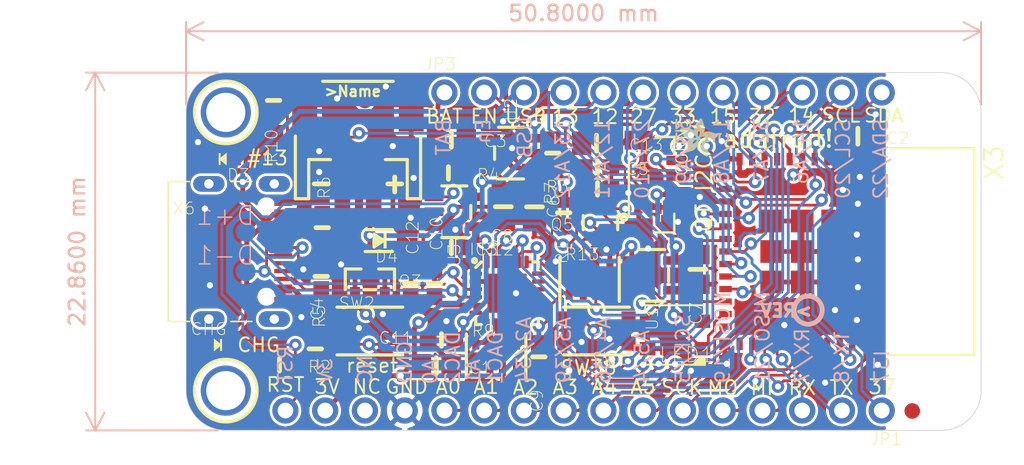
<source format=kicad_pcb>
(kicad_pcb (version 20211014) (generator pcbnew)
  (layers (0 "F.Cu" signal) (31 "B.Cu" signal) (34 "B.Paste" user) (35 "F.Paste" user) (36 "B.SilkS" user "B.Silkscreen") (37 "F.SilkS" user "F.Silkscreen") (38 "B.Mask" user) (39 "F.Mask" user) (44 "Edge.Cuts" user))
  (net 0 "")
  (net 1 "GND")
  (net 2 "VBUS")
  (net 3 "VBAT")
  (net 4 "N$1")
  (net 5 "N$3")
  (net 6 "N$4")
  (net 7 "3.3V")
  (net 8 "GPIO0")
  (net 9 "RTS")
  (net 10 "DTR")
  (net 11 "N$12")
  (net 12 "N$13")
  (net 13 "EN")
  (net 14 "SDA")
  (net 15 "SCL")
  (net 16 "IO13_A12")
  (net 17 "A13_I35")
  (net 18 "VHI")
  (net 19 "N$5")
  (net 20 "CC1")
  (net 21 "CC2")
  (net 22 "D+")
  (net 23 "D-")
  (net 24 "VBUS_DET")
  (net 25 "~{RESET}")
  (net 26 "NEOI2C_PWR")
  (net 27 "V_NEOI2C")
  (net 28 "N$6")
  (net 29 "3.45V")
  (net 30 "TXD0")
  (net 31 "RXD0")
  (net 32 "TX/IO8")
  (net 33 "SCK")
  (net 34 "RX/IO7")
  (net 35 "MOSI")
  (net 36 "MISO")
  (net 37 "IO33_A9")
  (net 38 "IO32_A7")
  (net 39 "IO27_A10")
  (net 40 "IO15_A8")
  (net 41 "IO14_A6")
  (net 42 "IO12_A11")
  (net 43 "I37")
  (net 44 "A5_IO4")
  (net 45 "A4_I36")
  (net 46 "A3_I39")
  (net 47 "A2_I34")
  (net 48 "A1_DAC1")
  (net 49 "A0_DAC2")
  (footprint "Adafruit ESP32 Feather V2:0603-NO" (layer "F.Cu") (at 140.0556 104.7496)
    (fp_text reference "R12")
    (fp_text value "100K")
  )
  (footprint "Adafruit ESP32 Feather V2:FIDUCIAL_1MM" (layer "F.Cu") (at 134.5311 95.3516 -90)
    (fp_text reference "U$34" hide)
    (fp_text value "FIDUCIAL_1MM" hide)
  )
  (footprint "Adafruit ESP32 Feather V2:QFN24_4MM_SMSC" (layer "F.Cu") (at 143.6116 107.6706)
    (fp_text reference "IC3")
    (fp_text value "CP2102N-24")
  )
  (footprint "Adafruit ESP32 Feather V2:0603-NO" (layer "F.Cu") (at 131.7371 106.5911 -90)
    (fp_text reference "R5")
    (fp_text value "5.1K")
  )
  (footprint "Adafruit ESP32 Feather V2:CHIPLED_0603_NOOUTLINE" (layer "F.Cu") (at 125.4506 99.0981 90)
    (fp_text reference "D3")
    (fp_text value "RED")
  )
  (footprint "Adafruit ESP32 Feather V2:0805-NO" (layer "F.Cu") (at 155.8036 106.1466 -90)
    (fp_text reference "C7")
    (fp_text value "10µF")
  )
  (footprint "Adafruit ESP32 Feather V2:ESP32-PICO-MINI" (layer "F.Cu") (at 162.4711 105.0036 -90)
    (fp_text reference "X3")
    (fp_text value "ESP32-PICO-MINI-02MINI")
  )
  (footprint "Adafruit ESP32 Feather V2:BTN_KMR2_4.6X2.8" (layer "F.Cu") (at 134.8486 110.0836)
    (fp_text reference "SW2")
    (fp_text value "KMR2")
  )
  (footprint "Adafruit ESP32 Feather V2:0603-NO" (layer "F.Cu") (at 128.6891 95.3516 -90)
    (fp_text reference "R10")
    (fp_text value "5.1K")
  )
  (footprint "Adafruit ESP32 Feather V2:0603-NO" (layer "F.Cu") (at 146.5326 98.7171 -90)
    (fp_text reference "R7")
    (fp_text value "100K")
  )
  (footprint "Adafruit ESP32 Feather V2:JST_SH4_RA" (layer "F.Cu") (at 152.8826 100.6856 -90)
    (fp_text reference "CONN1")
    (fp_text value "STEMMA_I2C_QTRA")
  )
  (footprint "Adafruit ESP32 Feather V2:RESPACK_4X0603" (layer "F.Cu") (at 142.9131 111.6711)
    (fp_text reference "R9")
    (fp_text value "47K")
  )
  (footprint "Adafruit ESP32 Feather V2:SOT363" (layer "F.Cu") (at 149.5806 103.1621 180)
    (fp_text reference "Q5")
    (fp_text value "DUAL NPN")
  )
  (footprint "Adafruit ESP32 Feather V2:RESPACK_4X0603" (layer "F.Cu") (at 148.8821 106.7816)
    (fp_text reference "R13")
    (fp_text value "10K")
  )
  (footprint "Adafruit ESP32 Feather V2:0805-NO" (layer "F.Cu") (at 145.3661 102.1511 -90)
    (fp_text reference "C6")
    (fp_text value "10µF")
  )
  (footprint "Adafruit ESP32 Feather V2:0603-NO" (layer "F.Cu") (at 138.9761 107.0356 90)
    (fp_text reference "C10")
    (fp_text value "1uF")
  )
  (footprint "Adafruit ESP32 Feather V2:0603-NO" (layer "F.Cu") (at 145.6436 111.7346 -90)
    (fp_text reference "C9")
    (fp_text value "1uF")
  )
  (footprint "Adafruit ESP32 Feather V2:FIDUCIAL_1MM" (layer "F.Cu") (at 169.5033 115.1947 -90)
    (fp_text reference "U$35" hide)
    (fp_text value "FIDUCIAL_1MM" hide)
  )
  (footprint "Adafruit ESP32 Feather V2:0805-NO" (layer "F.Cu") (at 149.3266 98.0821)
    (fp_text reference "C13")
    (fp_text value "10uF")
  )
  (footprint "Adafruit ESP32 Feather V2:SOT23-5" (layer "F.Cu") (at 143.8656 98.7171 90)
    (fp_text reference "U2")
    (fp_text value "AP2112-3.3")
  )
  (footprint "Adafruit ESP32 Feather V2:0603-NO" (layer "F.Cu") (at 129.0701 112.2426)
    (fp_text reference "R2")
    (fp_text value "5.1K")
  )
  (footprint "Adafruit ESP32 Feather V2:USB_C_CUSB31-CFM2AX-01-X" (layer "F.Cu") (at 125.7681 105.0036 -90)
    (fp_text reference "X6")
    (fp_text value "USB Type C")
  )
  (footprint "" (layer "F.Cu") (at 171.3611 96.1136)
    (fp_text reference "@HOLE1" hide)
    (fp_text value "")
  )
  (footprint "Adafruit ESP32 Feather V2:MOUNTINGHOLE_2.5_PLATED" (layer "F.Cu") (at 125.6411 96.1136 -90)
    (fp_text reference "U$31" hide)
    (fp_text value "MOUNTINGHOLE2.5" hide)
  )
  (footprint "Adafruit ESP32 Feather V2:0805-NO" (layer "F.Cu") (at 139.0904 112.3061)
    (fp_text reference "C1")
    (fp_text value "10uF")
  )
  (footprint "Adafruit ESP32 Feather V2:0805-NO" (layer "F.Cu") (at 140.0556 97.8281)
    (fp_text reference "C3")
    (fp_text value "10µF")
  )
  (footprint "Adafruit ESP32 Feather V2:SOD-123" (layer "F.Cu") (at 135.4201 104.3051 180)
    (fp_text reference "D4")
    (fp_text value "MBR540")
  )
  (footprint "Adafruit ESP32 Feather V2:0603-NO" (layer "F.Cu") (at 149.3901 101.0031 180)
    (fp_text reference "R3")
    (fp_text value "200K")
  )
  (footprint "Adafruit ESP32 Feather V2:0603-NO" (layer "F.Cu") (at 147.2311 102.5271 -90)
    (fp_text reference "R1")
    (fp_text value "200K")
  )
  (footprint "Adafruit ESP32 Feather V2:0603-NO" (layer "F.Cu") (at 149.3901 99.6061)
    (fp_text reference "C5")
    (fp_text value "1uF")
  )
  (footprint "Adafruit ESP32 Feather V2:0603-NO" (layer "F.Cu") (at 131.3561 111.2266 90)
    (fp_text reference "C4")
    (fp_text value "1uF")
  )
  (footprint "Adafruit ESP32 Feather V2:0603-NO" (layer "F.Cu") (at 131.8006 103.4796 90)
    (fp_text reference "R6")
    (fp_text value "5.1K")
  )
  (footprint "Adafruit ESP32 Feather V2:CHIPLED_0603_NOOUTLINE" (layer "F.Cu") (at 125.1331 110.9726 -90)
    (fp_text reference "CHG")
    (fp_text value "ORANGE")
  )
  (footprint "Adafruit ESP32 Feather V2:SOT23-R" (layer "F.Cu") (at 134.8486 106.7816)
    (fp_text reference "Q3")
    (fp_text value "DMG3415U")
  )
  (footprint "Adafruit ESP32 Feather V2:SOT23-5" (layer "F.Cu") (at 140.2461 102.4636 -90)
    (fp_text reference "U3")
    (fp_text value "MCP73831T-2ACI/OT")
  )
  (footprint "Adafruit ESP32 Feather V2:1X16_ROUND" (layer "F.Cu") (at 148.5011 115.1636 180)
    (fp_text reference "JP1")
    (fp_text value "")
  )
  (footprint "Adafruit ESP32 Feather V2:0603-NO" (layer "F.Cu") (at 137.4521 107.0356 90)
    (fp_text reference "C12")
    (fp_text value "0.1uF")
  )
  (footprint "Adafruit ESP32 Feather V2:ADAFRUIT_2.5MM" (layer "F.Cu") (at 154.6479 98.933)
    (fp_text reference "U$14" hide)
    (fp_text value "" hide)
  )
  (footprint "Adafruit ESP32 Feather V2:JSTPH2_BATT" (layer "F.Cu") (at 134.0866 97.1296)
    (fp_text reference "X1" hide)
    (fp_text value "JSTPH" hide)
  )
  (footprint "Adafruit ESP32 Feather V2:1X12_ROUND" (layer "F.Cu") (at 153.5811 94.8436)
    (fp_text reference "JP3")
    (fp_text value "")
  )
  (footprint "Adafruit ESP32 Feather V2:0603-NO" (layer "F.Cu") (at 139.8651 99.9871)
    (fp_text reference "R4")
    (fp_text value "5.1K")
  )
  (footprint "" (layer "F.Cu") (at 171.3611 113.8936)
    (fp_text reference "@HOLE0" hide)
    (fp_text value "")
  )
  (footprint "Adafruit ESP32 Feather V2:BTN_KMR2_4.6X2.8" (layer "F.Cu") (at 149.3266 110.0836 180)
    (fp_text reference "SW1")
    (fp_text value "KMR2")
  )
  (footprint "Adafruit ESP32 Feather V2:MOUNTINGHOLE_2.5_PLATED" (layer "F.Cu") (at 125.6411 113.8936 -90)
    (fp_text reference "U$32" hide)
    (fp_text value "MOUNTINGHOLE2.5" hide)
  )
  (footprint "Adafruit ESP32 Feather V2:0603-NO" (layer "F.Cu") (at 139.4206 110.6551 180)
    (fp_text reference "C11")
    (fp_text value "0.1uF")
  )
  (footprint "Adafruit ESP32 Feather V2:LED3535" (layer "F.Cu") (at 154.3431 110.3376 180)
    (fp_text reference "LED1")
    (fp_text value "WS2812B3535")
  )
  (footprint "Adafruit ESP32 Feather V2:0805-NO" (layer "F.Cu") (at 143.3726 102.1426 -90)
    (fp_text reference "C8")
    (fp_text value "10µF")
  )
  (footprint "Adafruit ESP32 Feather V2:SOT23-5" (layer "F.Cu") (at 152.8826 106.5276 -90)
    (fp_text reference "U1")
    (fp_text value "AP2112-3.3")
  )
  (footprint "Adafruit ESP32 Feather V2:0805-NO" (layer "F.Cu") (at 166.0271 97.6376)
    (fp_text reference "C2")
    (fp_text value "10uF")
  )
  (footprint "Adafruit ESP32 Feather V2:B1,27" (layer "B.Cu") (at 126.9111 103.7336 180)
    (fp_text reference "D+1")
    (fp_text value "TPB1,27")
  )
  (footprint "Adafruit ESP32 Feather V2:B1,27" (layer "B.Cu") (at 126.9111 106.2736 180)
    (fp_text reference "D-1")
    (fp_text value "TPB1,27")
  )
  (footprint "Adafruit ESP32 Feather V2:PCBFEAT-REV-040" (layer "B.Cu") (at 162.8521 108.7501 180)
    (fp_text reference "U$13" hide)
    (fp_text value "" hide)
  )
  (gr_line (start 171.3611 93.5736) (end 125.6411 93.5736) (layer "Edge.Cuts") (width 0.05))
  (gr_arc (start 125.6411 116.4336) (mid 123.845049 115.689651) (end 123.1011 113.8936) (layer "Edge.Cuts") (width 0.05))
  (gr_arc (start 171.3611 93.5736) (mid 173.157151 94.317549) (end 173.9011 96.1136) (layer "Edge.Cuts") (width 0.05))
  (gr_line (start 125.6411 116.4336) (end 171.3611 116.4336) (layer "Edge.Cuts") (width 0.05))
  (gr_arc (start 173.9011 113.8936) (mid 173.157151 115.689651) (end 171.3611 116.4336) (layer "Edge.Cuts") (width 0.05))
  (gr_line (start 123.1011 96.1136) (end 123.1011 113.8936) (layer "Edge.Cuts") (width 0.05))
  (gr_arc (start 123.1011 96.1136) (mid 123.845049 94.317549) (end 125.6411 93.5736) (layer "Edge.Cuts") (width 0.05))
  (gr_line (start 173.9011 113.8936) (end 173.9011 96.1136) (layer "Edge.Cuts") (width 0.05))
  (gr_text "En" (at 142.0876 97.3201 -270) (layer "B.SilkS") (effects (font (size 0.89408 0.89408) (thickness 0.12192)) (justify mirror)))
  (gr_text "A2/34" (at 144.6911 113.5126 -270) (layer "B.SilkS") (effects (font (size 0.89408 0.89408) (thickness 0.12192)) (justify right mirror)))
  (gr_text "33/A9" (at 154.9146 98.5901 -270) (layer "B.SilkS") (effects (font (size 0.89408 0.89408) (thickness 0.12192)) (justify mirror)))
  (gr_text "A0\nDAC2" (at 139.4206 113.5761 -270) (layer "B.SilkS") (effects (font (size 0.89408 0.89408) (thickness 0.12192)) (justify right mirror)))
  (gr_text "MOSI/19" (at 157.3911 113.5126 -270) (layer "B.SilkS") (effects (font (size 0.89408 0.89408) (thickness 0.12192)) (justify right mirror)))
  (gr_text "A1\nDAC1" (at 142.1511 113.5761 -270) (layer "B.SilkS") (effects (font (size 0.89408 0.89408) (thickness 0.12192)) (justify right mirror)))
  (gr_text "12/A11" (at 149.7076 99.0981 -270) (layer "B.SilkS") (effects (font (size 0.89408 0.89408) (thickness 0.12192)) (justify mirror)))
  (gr_text "RX/7" (at 162.4711 113.5126 -270) (layer "B.SilkS") (effects (font (size 0.89408 0.89408) (thickness 0.12192)) (justify right mirror)))
  (gr_text "SDA/22" (at 167.4876 99.0981 -270) (layer "B.SilkS") (effects (font (size 0.89408 0.89408) (thickness 0.12192)) (justify mirror)))
  (gr_text "32/A7" (at 159.8676 98.5901 -270) (layer "B.SilkS") (effects (font (size 0.89408 0.89408) (thickness 0.12192)) (justify mirror)))
  (gr_text "A4/36" (at 149.7711 113.5126 -270) (layer "B.SilkS") (effects (font (size 0.89408 0.89408) (thickness 0.12192)) (justify right mirror)))
  (gr_text "3V" (at 131.9911 113.5126 -270) (layer "B.SilkS") (effects (font (size 0.89408 0.89408) (thickness 0.12192)) (justify right mirror)))
  (gr_text "NC" (at 134.5311 113.5126 -270) (layer "B.SilkS") (effects (font (size 0.89408 0.89408) (thickness 0.12192)) (justify right mirror)))
  (gr_text "RST" (at 129.4511 113.5126 -270) (layer "B.SilkS") (effects (font (size 0.89408 0.89408) (thickness 0.12192)) (justify right mirror)))
  (gr_text "TX/8" (at 165.0111 113.5126 -270) (layer "B.SilkS") (effects (font (size 0.89408 0.89408) (thickness 0.12192)) (justify right mirror)))
  (gr_text "27/A10" (at 152.2476 99.0981 -270) (layer "B.SilkS") (effects (font (size 0.89408 0.89408) (thickness 0.12192)) (justify mirror)))
  (gr_text "15/A8" (at 157.3276 98.5901 -270) (layer "B.SilkS") (effects (font (size 0.89408 0.89408) (thickness 0.12192)) (justify mirror)))
  (gr_text "I37" (at 167.5511 113.5126 -270) (layer "B.SilkS") (effects (font (size 0.89408 0.89408) (thickness 0.12192)) (justify right mirror)))
  (gr_text "SCL/20" (at 165.0746 99.0981 -270) (layer "B.SilkS") (effects (font (size 0.89408 0.89408) (thickness 0.12192)) (justify mirror)))
  (gr_text "GND" (at 137.0711 113.5126 -270) (layer "B.SilkS") (effects (font (size 0.89408 0.89408) (thickness 0.12192)) (justify right mirror)))
  (gr_text "SCK/5" (at 154.8511 113.5126 -270) (layer "B.SilkS") (effects (font (size 0.89408 0.89408) (thickness 0.12192)) (justify right mirror)))
  (gr_text "BAT" (at 139.5476 97.7011 -270) (layer "B.SilkS") (effects (font (size 0.89408 0.89408) (thickness 0.12192)) (justify mirror)))
  (gr_text "MISO/21" (at 159.9311 113.5126 -270) (layer "B.SilkS") (effects (font (size 0.89408 0.89408) (thickness 0.12192)) (justify right mirror)))
  (gr_text "USB" (at 144.7546 97.7011 -270) (layer "B.SilkS") (effects (font (size 0.89408 0.89408) (thickness 0.12192)) (justify mirror)))
  (gr_text "A3/39" (at 147.2311 113.5126 -270) (layer "B.SilkS") (effects (font (size 0.89408 0.89408) (thickness 0.12192)) (justify right mirror)))
  (gr_text "13/A12" (at 147.1676 99.0981 -270) (layer "B.SilkS") (effects (font (size 0.89408 0.89408) (thickness 0.12192)) (justify mirror)))
  (gr_text "14/A6" (at 162.4076 98.5901 -270) (layer "B.SilkS") (effects (font (size 0.89408 0.89408) (thickness 0.12192)) (justify mirror)))
  (gr_text "A5/4" (at 152.2476 113.5126 -270) (layer "B.SilkS") (effects (font (size 0.89408 0.89408) (thickness 0.12192)) (justify right mirror)))
  (gr_text "RX" (at 162.4711 113.7031) (layer "F.SilkS") (effects (font (size 0.89408 0.89408) (thickness 0.12192))))
  (gr_text "A2" (at 144.7927 113.6904) (layer "F.SilkS") (effects (font (size 0.89408 0.89408) (thickness 0.12192))))
  (gr_text "reset" (at 134.9883 112.2934) (layer "F.SilkS") (effects (font (size 0.89408 0.89408) (thickness 0.12192))))
  (gr_text "USB" (at 144.8181 96.3676) (layer "F.SilkS") (effects (font (size 0.89408 0.89408) (thickness 0.12192))))
  (gr_text "GND" (at 137.1981 113.6396) (layer "F.SilkS") (effects (font (size 0.89408 0.89408) (thickness 0.12192))))
  (gr_text "SCL" (at 164.9476 96.3041) (layer "F.SilkS") (effects (font (size 0.89408 0.89408) (thickness 0.12192))))
  (gr_text "SDA" (at 167.6781 96.3041) (layer "F.SilkS") (effects (font (size 0.89408 0.89408) (thickness 0.12192))))
  (gr_text "BAT" (at 139.6111 96.3676) (layer "F.SilkS") (effects (font (size 0.89408 0.89408) (thickness 0.12192))))
  (gr_text "CHG" (at 127.7366 110.9726) (layer "F.SilkS") (effects (font (size 0.89408 0.89408) (thickness 0.12192))))
  (gr_text "RST" (at 129.4511 113.5126) (layer "F.SilkS") (effects (font (size 0.89408 0.89408) (thickness 0.12192))))
  (gr_text "TX" (at 164.9857 113.7031) (layer "F.SilkS") (effects (font (size 0.89408 0.89408) (thickness 0.12192))))
  (gr_text "A4" (at 149.8346 113.6396) (layer "F.SilkS") (effects (font (size 0.89408 0.89408) (thickness 0.12192))))
  (gr_text "15" (at 157.4165 96.3676) (layer "F.SilkS") (effects (font (size 0.89408 0.89408) (thickness 0.12192))))
  (gr_text "32" (at 159.9311 96.3676) (layer "F.SilkS") (effects (font (size 0.89408 0.89408) (thickness 0.12192))))
  (gr_text "14" (at 162.433 96.2914) (layer "F.SilkS") (effects (font (size 0.89408 0.89408) (thickness 0.12192))))
  (gr_text "adafruit!" (at 157.2641 98.4631) (layer "F.SilkS") (effects (font (size 1.1176 1.1176) (thickness 0.1524)) (justify left bottom)))
  (gr_text "A5" (at 152.3111 113.6396) (layer "F.SilkS") (effects (font (size 0.89408 0.89408) (thickness 0.12192))))
  (gr_text "12" (at 149.8727 96.393) (layer "F.SilkS") (effects (font (size 0.89408 0.89408) (thickness 0.12192))))
  (gr_text "NC" (at 134.6581 113.6396) (layer "F.SilkS") (effects (font (size 0.89408 0.89408) (thickness 0.12192))))
  (gr_text "A0" (at 139.8651 113.6396) (layer "F.SilkS") (effects (font (size 0.89408 0.89408) (thickness 0.12192))))
  (gr_text "A3" (at 147.3327 113.665) (layer "F.SilkS") (effects (font (size 0.89408 0.89408) (thickness 0.12192))))
  (gr_text "MI" (at 159.893 113.7158) (layer "F.SilkS") (effects (font (size 0.89408 0.89408) (thickness 0.12192))))
  (gr_text "3V" (at 132.1181 113.6396) (layer "F.SilkS") (effects (font (size 0.89408 0.89408) (thickness 0.12192))))
  (gr_text "SW38" (at 148.8313 112.4204) (layer "F.SilkS") (effects (font (size 0.89408 0.89408) (thickness 0.12192))))
  (gr_text "QT I2C" (at 156.1973 101.2571 90) (layer "F.SilkS") (effects (font (size 1.00584 1.00584) (thickness 0.13716))))
  (gr_text "SCK" (at 154.7876 113.7031) (layer "F.SilkS") (effects (font (size 0.89408 0.89408) (thickness 0.12192))))
  (gr_text "EN" (at 142.1511 96.3676) (layer "F.SilkS") (effects (font (size 0.89408 0.89408) (thickness 0.12192))))
  (gr_text "A1" (at 142.2781 113.6396) (layer "F.SilkS") (effects (font (size 0.89408 0.89408) (thickness 0.12192))))
  (gr_text "13" (at 147.3581 96.3676) (layer "F.SilkS") (effects (font (size 0.89408 0.89408) (thickness 0.12192))))
  (gr_text "37" (at 167.5638 113.6523) (layer "F.SilkS") (effects (font (size 0.89408 0.89408) (thickness 0.12192))))
  (gr_text "27" (at 152.3365 96.3676) (layer "F.SilkS") (effects (font (size 0.89408 0.89408) (thickness 0.12192))))
  (gr_text "MO" (at 157.3911 113.7158) (layer "F.SilkS") (effects (font (size 0.89408 0.89408) (thickness 0.12192))))
  (gr_text "#13" (at 128.3081 99.0346) (layer "F.SilkS") (effects (font (size 0.89408 0.89408) (thickness 0.12192))))
  (gr_text "33" (at 154.8511 96.3803) (layer "F.SilkS") (effects (font (size 0.89408 0.89408) (thickness 0.12192))))
  (dimension (type aligned) (layer "B.SilkS") (pts (xy 173.9011 96.1136) (xy 123.1011 96.1136)) (height 5.181599) (gr_text "50,8000 mm" (at 148.5011 89.782001) (layer "B.SilkS") (effects (font (size 1 1) (thickness 0.15)))) (format (units 3) (units_format 1) (precision 4)) (style (thickness 0.12) (arrow_length 1.27) (text_position_mode 0) (extension_height 0.58642) (extension_offset 0.5) keep_text_aligned))
  (dimension (type aligned) (layer "B.SilkS") (pts (xy 125.6411 93.5736) (xy 125.6411 116.4336)) (height 8.343899) (gr_text "22,8600 mm" (at 116.147201 105.0036 90) (layer "B.SilkS") (effects (font (size 1 1) (thickness 0.15)))) (format (units 3) (units_format 1) (precision 4)) (style (thickness 0.12) (arrow_length 1.27) (text_position_mode 0) (extension_height 0.58642) (extension_offset 0.5) keep_text_aligned))
  (segment (start 137.4521 106.1856) (end 136.4996 106.1856) (width 0.3048) (layer "F.Cu") (net 1))
  (segment (start 167.3711 110.9036) (end 167.3711 109.8036) (width 0.3048) (layer "F.Cu") (net 1))
  (segment (start 155.3591 97.5741) (end 155.2321 97.4471) (width 0.3048) (layer "F.Cu") (net 1))
  (segment (start 153.8351 97.9551) (end 152.0899 97.9551) (width 0.3048) (layer "F.Cu") (net 1))
  (segment (start 129.3131 108.2036) (end 129.4761 108.2036) (width 0.3048) (layer "F.Cu") (net 1))
  (segment (start 141.0056 97.8281) (end 141.5771 98.3996) (width 0.3048) (layer "F.Cu") (net 1))
  (segment (start 157.8987 101.8036) (end 158.55315 101.14915) (width 0.3048) (layer "F.Cu") (net 1))
  (segment (start 167.4211 99.0536) (end 166.9771 98.6096) (width 0.3048) (layer "F.Cu") (net 1))
  (segment (start 139.682775 104.0188) (end 139.840975 103.8606) (width 0.3048) (layer "F.Cu") (net 1))
  (segment (start 136.4996 108.8846) (end 136.8986 109.2836) (width 0.3048) (layer "F.Cu") (net 1))
  (segment (start 160.5211 103.0536) (end 159.8665 103.7082) (width 0.3048) (layer "F.Cu") (net 1))
  (segment (start 157.5211 110.9536) (end 157.5211 110.8426) (width 0.1778) (layer "F.Cu") (net 1))
  (segment (start 151.1986 97.8856) (end 152.0204 97.8856) (width 0.3048) (layer "F.Cu") (net 1))
  (segment (start 166.4711 99.1036) (end 166.5211 99.0536) (width 0.3048) (layer "F.Cu") (net 1))
  (segment (start 146.4691 105.3846) (end 146.7231 105.6386) (width 0.3048) (layer "F.Cu") (net 1))
  (segment (start 152.0204 97.8856) (end 152.3111 98.1763) (width 0.3048) (layer "F.Cu") (net 1))
  (segment (start 158.4711 99.1036) (end 157.5711 99.1036) (width 0.3048) (layer "F.Cu") (net 1))
  (segment (start 155.2321 97.4471) (end 154.3431 97.4471) (width 0.3048) (layer "F.Cu") (net 1))
  (segment (start 137.4521 106.1856) (end 138.5316 106.1856) (width 0.3048) (layer "F.Cu") (net 1))
  (segment (start 156.021068 101.611132) (end 155.4226 102.2096) (width 0.3048) (layer "F.Cu") (net 1))
  (segment (start 167.4211 99.0536) (end 167.4211 100.1536) (width 0.3048) (layer "F.Cu") (net 1))
  (segment (start 132.5399 103.5903) (end 131.8006 104.3296) (width 0.3048) (layer "F.Cu") (net 1))
  (segment (start 157.5711 101.8036) (end 156.9851 101.8036) (width 0.3048) (layer "F.Cu") (net 1))
  (segment (start 151.1986 97.8856) (end 150.2401 98.8441) (width 0.3048) (layer "F.Cu") (net 1))
  (segment (start 158.2166 110.1471) (end 158.5341 110.1471) (width 0.1778) (layer "F.Cu") (net 1))
  (segment (start 129.4761 108.2036) (end 130.4671 109.1946) (width 0.3048) (layer "F.Cu") (net 1))
  (segment (start 139.2056 105.5116) (end 138.5316 106.1856) (width 0.3048) (layer "F.Cu") (net 1))
  (segment (start 140.8811 102.7176) (end 142.9976 102.7176) (width 0.3048) (layer "F.Cu") (net 1))
  (segment (start 145.3661 103.1011) (end 145.3661 103.2656) (width 0.3048) (layer "F.Cu") (net 1))
  (segment (start 154.5926 102.2096) (end 154.5686 102.1856) (width 0.3048) (layer "F.Cu") (net 1))
  (segment (start 157.5711 101.8036) (end 157.8233 101.8036) (width 0.254) (layer "F.Cu") (net 1))
  (segment (start 151.3766 110.8836) (end 151.7056 111.2126) (width 0.3048) (layer "F.Cu") (net 1))
  (segment (start 142.8616 106.9206) (end 143.6116 107.6706) (width 0.3048) (layer "F.Cu") (net 1))
  (segment (start 158.6611 103.7082) (end 158.2801 103.3272) (width 0.254) (layer "F.Cu") (net 1))
  (segment (start 140.2461 103.8606) (end 140.2461 103.3526) (width 0.3048) (layer "F.Cu") (net 1))
  (segment (start 155.4861 107.0966) (end 155.8036 107.0966) (width 0.3048) (layer "F.Cu") (net 1))
  (segment (start 155.4861 107.0966) (end 154.9171 106.5276) (width 0.3048) (layer "F.Cu") (net 1))
  (segment (start 156.9851 101.8036) (end 156.792631 101.611132) (width 0.3048) (layer "F.Cu") (net 1))
  (segment (start 138.5706 110.6551) (end 138.5706 110.6161) (width 0.3048) (layer "F.Cu") (net 1))
  (segment (start 139.840975 103.8606) (end 140.2461 103.8606) (width 0.3048) (layer "F.Cu") (net 1))
  (segment (start 157.5711 101.8036) (end 157.8987 101.8036) (width 0.3048) (layer "F.Cu") (net 1))
  (segment (start 157.5211 110.8426) (end 158.2166 110.1471) (width 0.1778) (layer "F.Cu") (net 1))
  (segment (start 157.8233 101.8036) (end 158.2801 102.2604) (width 0.254) (layer "F.Cu") (net 1))
  (segment (start 167.4211 110.9536) (end 167.3711 110.9036) (width 0.3048) (layer "F.Cu") (net 1))
  (segment (start 136.8986 109.2836) (end 137.3686 108.8136) (width 0.3048) (layer "F.Cu") (net 1))
  (segment (start 146.4691 104.3686) (end 146.4691 105.3846) (width 0.3048) (layer "F.Cu") (net 1))
  (segment (start 166.5211 99.0536) (end 167.4211 99.0536) (width 0.3048) (layer "F.Cu") (net 1))
  (segment (start 158.2801 102.2604) (end 158.2801 103.3272) (width 0.254) (layer "F.Cu") (net 1))
  (segment (start 132.5399 103.468325) (end 132.5399 103.5903) (width 0.3048) (layer "F.Cu") (net 1))
  (segment (start 139.3894 104.0188) (end 139.682775 104.0188) (width 0.3048) (layer "F.Cu") (net 1))
  (segment (start 140.2461 103.3526) (end 140.8811 102.7176) (width 0.3048) (layer "F.Cu") (net 1))
  (segment (start 133.0866 102.921625) (end 132.5399 103.468325) (width 0.3048) (layer "F.Cu") (net 1))
  (segment (start 139.2056 104.7496) (end 139.2056 104.2026) (width 0.3048) (layer "F.Cu") (net 1))
  (segment (start 136.4996 108.8846) (end 136.4996 106.1856) (width 0.3048) (layer "F.Cu") (net 1))
  (segment (start 152.0204 103.4856) (end 152.8191 104.2843) (width 0.3048) (layer "F.Cu") (net 1))
  (segment (start 141.5771 98.3996) (end 143.9291 98.3996) (width 0.3048) (layer "F.Cu") (net 1))
  (segment (start 133.0866 100.8296) (end 133.0866 102.921625) (width 0.3048) (layer "F.Cu") (net 1))
  (segment (start 150.2401 98.8441) (end 150.2401 99.6061) (width 0.3048) (layer "F.Cu") (net 1))
  (segment (start 139.2056 104.7496) (end 139.2056 105.5116) (width 0.3048) (layer "F.Cu") (net 1))
  (segment (start 151.7056 111.2126) (end 152.5931 111.2126) (width 0.3048) (layer "F.Cu") (net 1))
  (segment (start 145.3661 103.2656) (end 146.4691 104.3686) (width 0.3048) (layer "F.Cu") (net 1))
  (segment (start 152.3111 98.1763) (end 152.3111 98.8441) (width 0.3048) (layer "F.Cu") (net 1))
  (segment (start 145.6436 112.5846) (end 145.4522 113.284) (width 0.3048) (layer "F.Cu") (net 1))
  (segment (start 140.0404 112.1249) (end 140.0404 112.3061) (width 0.3048) (layer "F.Cu") (net 1))
  (segment (start 152.8191 106.3371) (end 153.0096 106.5276) (width 0.3048) (layer "F.Cu") (net 1))
  (segment (start 142.9976 102.7176) (end 143.3726 103.0926) (width 0.3048) (layer "F.Cu") (net 1))
  (segment (start 167.4211 100.1536) (end 167.3711 100.2036) (width 0.3048) (layer "F.Cu") (net 1))
  (segment (start 157.5711 99.1036) (end 157.5211 99.0536) (width 0.3048) (layer "F.Cu") (net 1))
  (segment (start 137.3686 108.8136) (end 138.1459 108.8136) (width 0.3048) (layer "F.Cu") (net 1))
  (segment (start 154.3431 97.4471) (end 153.8351 97.9551) (width 0.3048) (layer "F.Cu") (net 1))
  (segment (start 166.9771 98.6096) (end 166.9771 97.6376) (width 0.3048) (layer "F.Cu") (net 1))
  (segment (start 137.4521 106.1856) (end 138.9761 106.1856) (width 0.3048) (layer "F.Cu") (net 1))
  (segment (start 153.0096 106.5276) (end 154.9171 106.5276) (width 0.3048) (layer "F.Cu") (net 1))
  (segment (start 138.5706 110.6161) (end 139.7381 109.4486) (width 0.3048) (layer "F.Cu") (net 1))
  (segment (start 151.5825 106.5276) (end 153.0096 106.5276) (width 0.3048) (layer "F.Cu") (net 1))
  (segment (start 159.8665 103.7082) (end 158.6611 103.7082) (width 0.3048) (layer "F.Cu") (net 1))
  (segment (start 139.2056 104.2026) (end 139.3894 104.0188) (width 0.3048) (layer "F.Cu") (net 1))
  (segment (start 155.4226 102.2096) (end 154.5926 102.2096) (width 0.3048) (layer "F.Cu") (net 1))
  (segment (start 156.792631 101.611132) (end 156.021068 101.611132) (width 0.3048) (layer "F.Cu") (net 1))
  (segment (start 152.8191 104.2843) (end 152.8191 106.3371) (width 0.3048) (layer "F.Cu") (net 1))
  (segment (start 141.6116 106.9206) (end 142.8616 106.9206) (width 0.3048) (layer "F.Cu") (net 1))
  (segment (start 138.5706 110.6551) (end 140.0404 112.1249) (width 0.3048) (layer "F.Cu") (net 1))
  (segment (start 152.0204 97.8856) (end 152.0899 97.9551) (width 0.3048) (layer "F.Cu") (net 1))
  (via (at 149.9616 104.8766) (size 0.8001) (drill 0.3937) (layers "F.Cu" "B.Cu") (net 1))
  (via (at 124.6251 107.1626) (size 0.8001) (drill 0.3937) (layers "F.Cu" "B.Cu") (net 1))
  (via (at 131.6101 98.5901) (size 0.8001) (drill 0.3937) (layers "F.Cu" "B.Cu") (net 1))
  (via (at 166.0271 101.9556) (size 0.8001) (drill 0.3937) (layers "F.Cu" "B.Cu") (net 1))
  (via (at 135.6741 109.0041) (size 0.8001) (drill 0.3937) (layers "F.Cu" "B.Cu") (net 1))
  (via (at 161.3281 109.7026) (size 0.8001) (drill 0.3937) (layers "F.Cu" "B.Cu") (net 1))
  (via (at 123.8631 98.0186) (size 0.8001) (drill 0.3937) (layers "F.Cu" "B.Cu") (net 1))
  (via (at 165.0746 101.0666) (size 0.8001) (drill 0.3937) (layers "F.Cu" "B.Cu") (net 1))
  (via (at 155.9306 101.5238) (size 0.8001) (drill 0.3937) (layers "F.Cu" "B.Cu") (net 1))
  (via (at 144.1831 107.6706) (size 0.8001) (drill 0.3937) (layers "F.Cu" "B.Cu") (net 1))
  (via (at 154.5336 103.1113) (size 0.8001) (drill 0.3937) (layers "F.Cu" "B.Cu") (net 1))
  (via (at 134.1501 109.8931) (size 0.8001) (drill 0.3937) (layers "F.Cu" "B.Cu") (net 1))
  (via (at 150.1521 110.5916) (size 0.8001) (drill 0.3937) (layers "F.Cu" "B.Cu") (net 1))
  (via (at 148.3741 110.7821) (size 0.8001) (drill 0.3937) (layers "F.Cu" "B.Cu") (net 1))
  (via (at 137.4521 102.8446) (size 0.8001) (drill 0.3937) (layers "F.Cu" "B.Cu") (net 1))
  (via (at 139.7381 109.4486) (size 0.8001) (drill 0.3937) (layers "F.Cu" "B.Cu") (net 1))
  (via (at 164.5666 108.7501) (size 0.8001) (drill 0.3937) (layers "F.Cu" "B.Cu") (net 1))
  (via (at 157.3276 97.9551) (size 0.8001) (drill 0.3937) (layers "F.Cu" "B.Cu") (net 1))
  (via (at 152.6286 104.8131) (size 0.8001) (drill 0.3937) (layers "F.Cu" "B.Cu") (net 1))
  (via (at 167.1701 96.2406) (size 0.8001) (drill 0.3937) (layers "F.Cu" "B.Cu") (net 1))
  (via (at 147.5486 112.6236) (size 0.8001) (drill 0.3937) (layers "F.Cu" "B.Cu") (net 1))
  (via (at 143.3576 96.6851) (size 0.8001) (drill 0.3937) (layers "F.Cu" "B.Cu") (net 1))
  (via (at 165.9636 103.9241) (size 0.8001) (drill 0.3937) (layers "F.Cu" "B.Cu") (net 1))
  (via (at 157.6451 112.1791) (size 0.8001) (drill 0.3937) (layers "F.Cu" "B.Cu") (net 1))
  (via (at 166.0271 105.5116) (size 0.8001) (drill 0.3937) (layers "F.Cu" "B.Cu") (net 1))
  (via (at 136.3091 98.2726) (size 0.8001) (drill 0.3937) (layers "F.Cu" "B.Cu") (net 1))
  (via (at 130.4671 109.1946) (size 0.8001) (drill 0.3937) (layers "F.Cu" "B.Cu") (net 1))
  (via (at 155.3591 112.6236) (size 0.8001) (drill 0.3937) (layers "F.Cu" "B.Cu") (net 1))
  (via (at 163.9316 113.3856) (size 0.8001) (drill 0.3937) (layers "F.Cu" "B.Cu") (net 1))
  (via (at 146.7231 105.6386) (size 0.8001) (drill 0.3937) (layers "F.Cu" "B.Cu") (net 1))
  (via (at 143.9291 98.3996) (size 0.8001) (drill 0.3937) (layers "F.Cu" "B.Cu") (net 1))
  (via (at 155.3591 97.5741) (size 0.8001) (drill 0.3937) (layers "F.Cu" "B.Cu") (net 1))
  (via (at 137.6426 100.3046) (size 0.8001) (drill 0.3937) (layers "F.Cu" "B.Cu") (net 1))
  (via (at 131.6101 99.9236) (size 0.8001) (drill 0.3937) (layers "F.Cu" "B.Cu") (net 1))
  (via (at 130.5941 106.1466) (size 0.8001) (drill 0.3937) (layers "F.Cu" "B.Cu") (net 1))
  (via (at 140.3096 103.6066) (size 0.8001) (drill 0.3937) (layers "F.Cu" "B.Cu") (net 1))
  (via (at 151.3586 101.2571) (size 0.8001) (drill 0.3937) (layers "F.Cu" "B.Cu") (net 1))
  (via (at 167.2971 112.2426) (size 0.8001) (drill 0.3937) (layers "F.Cu" "B.Cu") (net 1))
  (via (at 166.1541 100.2411) (size 0.8001) (drill 0.3937) (layers "F.Cu" "B.Cu") (net 1))
  (via (at 132.7531 95.2246) (size 0.8001) (drill 0.3937) (layers "F.Cu" "B.Cu") (net 1))
  (via (at 135.8646 94.4626) (size 0.8001) (drill 0.3937) (layers "F.Cu" "B.Cu") (net 1))
  (via (at 124.3076 102.2731) (size 0.8001) (drill 0.3937) (layers "F.Cu" "B.Cu") (net 1))
  (via (at 133.0071 105.8291) (size 0.8001) (drill 0.3937) (layers "F.Cu" "B.Cu") (net 1))
  (via (at 165.9636 109.3851) (size 0.8001) (drill 0.3937) (layers "F.Cu" "B.Cu") (net 1))
  (via (at 166.0271 107.2896) (size 0.8001) (drill 0.3937) (layers "F.Cu" "B.Cu") (net 1))
  (segment (start 128.718956 102.6036) (end 128.202528 103.120029) (width 0.3048) (layer "F.Cu") (net 2))
  (segment (start 133.8986 107.7816) (end 133.3111 108.3691) (width 0.3048) (layer "F.Cu") (net 2))
  (segment (start 140.2706 110.6551) (end 140.7151 110.2106) (width 0.3048) (layer "F.Cu") (net 2))
  (segment (start 141.6131 110.2106) (end 141.9306 110.2106) (width 0.3048) (layer "F.Cu") (net 2))
  (segment (start 141.7066 103.574) (end 141.5462 103.4136) (width 0.3048) (layer "F.Cu") (net 2))
  (segment (start 140.8176 110.1081) (end 140.8176 109.5121) (width 0.3048) (layer "F.Cu") (net 2))
  (segment (start 124.3831 110.9726) (end 125.1451 110.2106) (width 0.3048) (layer "F.Cu") (net 2))
  (segment (start 140.7151 110.2106) (end 141.6131 110.2106) (width 0.3048) (layer "F.Cu") (net 2))
  (segment (start 129.3131 102.6036) (end 128.718956 102.6036) (width 0.3048) (layer "F.Cu") (net 2))
  (segment (start 125.8951 110.2106) (end 126.9746 109.1311) (width 0.3048) (layer "F.Cu") (net 2))
  (segment (start 128.541056 107.1622) (end 128.782456 107.4036) (width 0.3048) (layer "F.Cu") (net 2))
  (segment (start 142.5131 110.8211) (end 141.6131 110.8211) (width 0.3048) (layer "F.Cu") (net 2))
  (segment (start 125.1451 110.2106) (end 125.8951 110.2106) (width 0.3048) (layer "F.Cu") (net 2))
  (segment (start 126.9746 109.1311) (end 126.9746 107.5436) (width 0.3048) (layer "F.Cu") (net 2))
  (segment (start 141.3501 104.3051) (end 141.7066 104.3051) (width 0.3048) (layer "F.Cu") (net 2))
  (segment (start 133.5701 104.3051) (end 133.8986 104.6336) (width 0.3048) (layer "F.Cu") (net 2))
  (segment (start 126.9746 107.1622) (end 128.541056 107.1622) (width 0.3048) (layer "F.Cu") (net 2))
  (segment (start 141.9306 110.1016) (end 141.9306 110.2106) (width 0.3048) (layer "F.Cu") (net 2))
  (segment (start 126.9746 107.5436) (end 126.9742 107.5432) (width 0.3048) (layer "F.Cu") (net 2))
  (segment (start 130.9116 108.3691) (end 133.3111 108.3691) (width 0.3048) (layer "F.Cu") (net 2))
  (segment (start 141.7066 104.3051) (end 141.7066 103.574) (width 0.3048) (layer "F.Cu") (net 2))
  (segment (start 141.7066 104.3051) (end 142.2146 104.3051) (width 0.3048) (layer "F.Cu") (net 2))
  (segment (start 141.6131 110.2106) (end 141.6131 110.8211) (width 0.3048) (layer "F.Cu") (net 2))
  (segment (start 128.782456 107.4036) (end 129.3131 107.4036) (width 0.3048) (layer "F.Cu") (net 2))
  (segment (start 140.9056 104.7496) (end 141.3501 104.3051) (width 0.3048) (layer "F.Cu") (net 2))
  (segment (start 127.080556 104.242) (end 126.9746 104.242) (width 0.3048) (layer "F.Cu") (net 2))
  (segment (start 126.9742 107.1622) (end 126.9742 107.5432) (width 0.3048) (layer "F.Cu") (net 2))
  (segment (start 140.2706 110.6551) (end 140.8176 110.1081) (width 0.3048) (layer "F.Cu") (net 2))
  (segment (start 126.9742 107.1622) (end 126.9746 107.1622) (width 0.3048) (layer "F.Cu") (net 2))
  (segment (start 133.3111 108.3691) (end 133.9596 108.3691) (width 0.3048) (layer "F.Cu") (net 2))
  (segment (start 129.3131 107.4036) (end 129.9461 107.4036) (width 0.3048) (layer "F.Cu") (net 2))
  (segment (start 126.9746 104.242) (end 126.9746 107.1622) (width 0.3048) (layer "F.Cu") (net 2))
  (segment (start 129.9461 107.4036) (end 130.9116 108.3691) (width 0.3048) (layer "F.Cu") (net 2))
  (segment (start 126.7206 101.6381) (end 128.202528 103.120029) (width 0.3048) (layer "F.Cu") (net 2))
  (segment (start 142.3616 109.6706) (end 141.9306 110.1016) (width 0.3048) (layer "F.Cu") (net 2))
  (segment (start 133.8986 104.6336) (end 133.8986 107.7816) (width 0.3048) (layer "F.Cu") (net 2))
  (segment (start 126.7206 100.5586) (end 126.7206 101.6381) (width 0.3048) (layer "F.Cu") (net 2))
  (segment (start 133.9596 108.3691) (end 134.5946 109.0041) (width 0.3048) (layer "F.Cu") (net 2))
  (segment (start 128.202528 103.120029) (end 127.080556 104.242) (width 0.3048) (layer "F.Cu") (net 2))
  (via (at 142.2146 104.3051) (size 0.8001) (drill 0.3937) (layers "F.Cu" "B.Cu") (net 2))
  (via (at 126.7206 100.5586) (size 0.8001) (drill 0.3937) (layers "F.Cu" "B.Cu") (net 2))
  (via (at 140.8176 109.5121) (size 0.8001) (drill 0.3937) (layers "F.Cu" "B.Cu") (net 2))
  (via (at 134.5946 109.0041) (size 0.8001) (drill 0.3937) (layers "F.Cu" "B.Cu") (net 2))
  (segment (start 144.6911 94.8436) (end 144.1831 94.8436) (width 0.3048) (layer "B.Cu") (net 2))
  (segment (start 140.4366 110.7186) (end 140.8176 110.3376) (width 0.3048) (layer "B.Cu") (net 2))
  (segment (start 140.8176 109.5121) (end 140.9446 109.5121) (width 0.3048) (layer "B.Cu") (net 2))
  (segment (start 142.2146 104.3051) (end 142.2781 104.3686) (width 0.3048) (layer "B.Cu") (net 2))
  (segment (start 126.7206 99.6696) (end 126.7206 100.5586) (width 0.3048) (layer "B.Cu") (net 2))
  (segment (start 142.2781 104.3686) (end 142.2781 108.1786) (width 0.3048) (layer "B.Cu") (net 2))
  (segment (start 142.9766 96.0501) (end 130.3401 96.0501) (width 0.3048) (layer "B.Cu") (net 2))
  (segment (start 142.2781 108.1786) (end 140.9446 109.5121) (width 0.3048) (layer "B.Cu") (net 2))
  (segment (start 134.5946 109.0041) (end 136.3091 110.7186) (width 0.3048) (layer "B.Cu") (net 2))
  (segment (start 130.3401 96.0501) (end 126.7206 99.6696) (width 0.3048) (layer "B.Cu") (net 2))
  (segment (start 140.8176 109.5121) (end 140.8176 110.3376) (width 0.3048) (layer "B.Cu") (net 2))
  (segment (start 136.3091 110.7186) (end 140.4366 110.7186) (width 0.3048) (layer "B.Cu") (net 2))
  (segment (start 144.1831 94.8436) (end 142.9766 96.0501) (width 0.3048) (layer "B.Cu") (net 2))
  (segment (start 135.0866 100.8296) (end 137.87205 98.04415) (width 0.3048) (layer "F.Cu") (net 3))
  (segment (start 137.87205 98.04415) (end 139.1056 97.8281) (width 0.3048) (layer "F.Cu") (net 3))
  (segment (start 139.221215 95.233485) (end 139.6111 94.8436) (width 0.3048) (layer "F.Cu") (net 3))
  (segment (start 140.3731 102.1461) (end 140.1826 102.3366) (width 0.254) (layer "F.Cu") (net 3))
  (segment (start 140.1826 102.3366) (end 140.1826 102.6541) (width 0.3048) (layer "F.Cu") (net 3))
  (segment (start 139.1056 97.8281) (end 139.221215 95.233485) (width 0.3048) (layer "F.Cu") (net 3))
  (segment (start 135.0866 100.8296) (end 134.8486 101.0676) (width 0.3048) (layer "F.Cu") (net 3))
  (segment (start 146.2786 102.1461) (end 140.3731 102.1461) (width 0.254) (layer "F.Cu") (net 3))
  (segment (start 138.946 103.2891) (end 138.946 103.4136) (width 0.3048) (layer "F.Cu") (net 3))
  (segment (start 139.5476 103.2891) (end 138.946 103.2891) (width 0.3048) (layer "F.Cu") (net 3))
  (segment (start 140.1826 102.6541) (end 139.5476 103.2891) (width 0.3048) (layer "F.Cu") (net 3))
  (segment (start 134.8486 103.9876) (end 134.8486 105.7816) (width 0.3048) (layer "F.Cu") (net 3))
  (segment (start 147.2311 103.0986) (end 146.2786 102.1461) (width 0.1778) (layer "F.Cu") (net 3))
  (segment (start 134.8486 101.0676) (end 134.8486 103.9876) (width 0.3048) (layer "F.Cu") (net 3))
  (segment (start 147.2311 103.3771) (end 147.2311 103.0986) (width 0.1778) (layer "F.Cu") (net 3))
  (via (at 140.1826 102.3366) (size 0.8001) (drill 0.3937) (layers "F.Cu" "B.Cu") (net 3))
  (via (at 134.8486 103.9876) (size 0.8001) (drill 0.3937) (layers "F.Cu" "B.Cu") (net 3))
  (segment (start 138.5316 103.9876) (end 134.8486 103.9876) (width 0.3048) (layer "B.Cu") (net 3))
  (segment (start 140.1826 102.3366) (end 138.5316 103.9876) (width 0.3048) (layer "B.Cu") (net 3))
  (segment (start 126.9501 110.9726) (end 128.2201 112.2426) (width 0.1778) (layer "F.Cu") (net 4))
  (segment (start 125.8831 110.9726) (end 126.9501 110.9726) (width 0.1778) (layer "F.Cu") (net 4))
  (segment (start 130.0861 112.0766) (end 129.9201 112.2426) (width 0.1778) (layer "F.Cu") (net 5))
  (segment (start 139.9261 101.5136) (end 138.946 101.5136) (width 0.1778) (layer "F.Cu") (net 5))
  (segment (start 140.1826 101.2571) (end 139.9261 101.5136) (width 0.1778) (layer "F.Cu") (net 5))
  (segment (start 130.0861 110.9726) (end 130.0861 112.0766) (width 0.1778) (layer "F.Cu") (net 5))
  (via (at 140.1826 101.2571) (size 0.8001) (drill 0.3937) (layers "F.Cu" "B.Cu") (net 5))
  (via (at 130.0861 110.9726) (size 0.8001) (drill 0.3937) (layers "F.Cu" "B.Cu") (net 5))
  (segment (start 128.514756 102.7815) (end 129.340656 101.9556) (width 0.1778) (layer "B.Cu") (net 5))
  (segment (start 125.3871 103.2891) (end 126.5301 102.1461) (width 0.1778) (layer "B.Cu") (net 5))
  (segment (start 140.1826 101.2571) (end 140.1826 101.3841) (width 0.1778) (layer "B.Cu") (net 5))
  (segment (start 127.9275 102.7815) (end 128.514756 102.7815) (width 0.1778) (layer "B.Cu") (net 5))
  (segment (start 125.3871 107.7341) (end 126.7206 109.0676) (width 0.1778) (layer "B.Cu") (net 5))
  (segment (start 125.3871 103.2891) (end 125.3871 107.7341) (width 0.1778) (layer "B.Cu") (net 5))
  (segment (start 127.6731 110.9726) (end 130.0861 110.9726) (width 0.1778) (layer "B.Cu") (net 5))
  (segment (start 140.1826 101.3841) (end 139.6111 101.9556) (width 0.1778) (layer "B.Cu") (net 5))
  (segment (start 139.6111 101.9556) (end 129.340656 101.9556) (width 0.1778) (layer "B.Cu") (net 5))
  (segment (start 126.7206 109.0676) (end 126.7206 110.0201) (width 0.1778) (layer "B.Cu") (net 5))
  (segment (start 126.5301 102.1461) (end 127.2921 102.1461) (width 0.1778) (layer "B.Cu") (net 5))
  (segment (start 127.2921 102.1461) (end 127.9275 102.7815) (width 0.1778) (layer "B.Cu") (net 5))
  (segment (start 126.7206 110.0201) (end 127.6731 110.9726) (width 0.1778) (layer "B.Cu") (net 5))
  (segment (start 141.5462 101.5136) (end 141.0326 101) (width 0.1778) (layer "F.Cu") (net 6))
  (segment (start 140.9056 99.9871) (end 140.7151 99.9871) (width 0.1778) (layer "F.Cu") (net 6))
  (segment (start 141.0326 100.1141) (end 140.9056 99.9871) (width 0.1778) (layer "F.Cu") (net 6))
  (segment (start 141.0326 100.1141) (end 141.0326 101) (width 0.1778) (layer "F.Cu") (net 6))
  (segment (start 142.5655 99.6671) (end 143.3726 100.4742) (width 0.3048) (layer "F.Cu") (net 7))
  (segment (start 163.4896 96.0501) (end 165.0771 97.6376) (width 0.3048) (layer "F.Cu") (net 7))
  (segment (start 143.3726 100.4742) (end 143.3726 101.1926) (width 0.3048) (layer "F.Cu") (net 7))
  (segment (start 147.5821 107.6316) (end 147.2011 107.6316) (width 0.1778) (layer "F.Cu") (net 7))
  (segment (start 164.8711 99.1036) (end 164.8711 97.8436) (width 0.3048) (layer "F.Cu") (net 7))
  (segment (start 163.4896 96.0501) (end 148.2471 96.0501) (width 0.3048) (layer "F.Cu") (net 7))
  (segment (start 145.3896 96.8121) (end 145.3896 96.6216) (width 0.3048) (layer "F.Cu") (net 7))
  (segment (start 142.0241 100.2085) (end 142.5655 99.6671) (width 0.3048) (layer "F.Cu") (net 7))
  (segment (start 145.8341 109.7661) (end 145.6436 109.7661) (width 0.1778) (layer "F.Cu") (net 7))
  (segment (start 146.2786 109.3216) (end 145.8341 109.7661) (width 0.1778) (layer "F.Cu") (net 7))
  (segment (start 138.1404 112.3061) (end 137.4521 112.3061) (width 0.3048) (layer "F.Cu") (net 7))
  (segment (start 147.2011 107.6316) (end 146.2786 108.5541) (width 0.1778) (layer "F.Cu") (net 7))
  (segment (start 145.5801 110.8211) (end 145.6436 110.8846) (width 0.3048) (layer "F.Cu") (net 7))
  (segment (start 137.6959 109.9033) (end 137.6959 111.8616) (width 0.3048) (layer "F.Cu") (net 7))
  (segment (start 134.2136 112.9411) (end 131.9911 115.1636) (width 0.3048) (layer "F.Cu") (net 7))
  (segment (start 145.5801 110.8211) (end 144.2131 110.8211) (width 0.3048) (layer "F.Cu") (net 7))
  (segment (start 148.2471 96.0501) (end 148.3766 96.1796) (width 0.3048) (layer "F.Cu") (net 7))
  (segment (start 148.2471 96.0501) (end 145.9611 96.0501) (width 0.3048) (layer "F.Cu") (net 7))
  (segment (start 138.1404 112.3061) (end 137.6959 111.8616) (width 0.3048) (layer "F.Cu") (net 7))
  (segment (start 148.3766 96.1796) (end 148.3766 98.0821) (width 0.3048) (layer "F.Cu") (net 7))
  (segment (start 137.9601 109.54385) (end 138.007725 109.591475) (width 0.3048) (layer "F.Cu") (net 7))
  (segment (start 145.6436 110.8846) (end 145.6436 109.7661) (width 0.3048) (layer "F.Cu") (net 7))
  (segment (start 137.4521 112.3061) (end 136.8171 112.9411) (width 0.3048) (layer "F.Cu") (net 7))
  (segment (start 164.8711 97.8436) (end 165.0771 97.6376) (width 0.3048) (layer "F.Cu") (net 7))
  (segment (start 142.0241 100.5586) (end 142.0241 100.2085) (width 0.3048) (layer "F.Cu") (net 7))
  (segment (start 145.9611 96.0501) (end 145.3896 96.6216) (width 0.3048) (layer "F.Cu") (net 7))
  (segment (start 136.8171 112.9411) (end 134.2136 112.9411) (width 0.3048) (layer "F.Cu") (net 7))
  (segment (start 137.6959 109.9033) (end 138.007725 109.591475) (width 0.3048) (layer "F.Cu") (net 7))
  (segment (start 146.2786 108.5541) (end 146.2786 109.3216) (width 0.1778) (layer "F.Cu") (net 7))
  (via (at 145.6436 109.7661) (size 0.8001) (drill 0.3937) (layers "F.Cu" "B.Cu") (net 7))
  (via (at 136.8171 112.9411) (size 0.8001) (drill 0.3937) (layers "F.Cu" "B.Cu") (net 7))
  (via (at 142.0241 100.5586) (size 0.8001) (drill 0.3937) (layers "F.Cu" "B.Cu") (net 7))
  (via (at 137.9601 109.54385) (size 0.8001) (drill 0.3937) (layers "F.Cu" "B.Cu") (net 7))
  (via (at 145.3896 96.8121) (size 0.8001) (drill 0.3937) (layers "F.Cu" "B.Cu") (net 7))
  (segment (start 140.6271 105.748869) (end 140.91285 106.034619) (width 0.3048) (layer "B.Cu") (net 7))
  (segment (start 145.3896 96.8121) (end 145.3896 98.3361) (width 0.3048) (layer "B.Cu") (net 7))
  (segment (start 145.6436 109.7661) (end 145.6436 110.4011) (width 0.3048) (layer "B.Cu") (net 7))
  (segment (start 141.03985 103.51135) (end 141.03985 103.909082) (width 0.3048) (layer "B.Cu") (net 7))
  (segment (start 139.45235 108.3056) (end 138.0871 109.67085) (width 0.3048) (layer "B.Cu") (net 7))
  (segment (start 139.45235 108.3056) (end 140.4366 108.3056) (width 0.3048) (layer "B.Cu") (net 7))
  (segment (start 141.03985 103.909082) (end 140.6271 104.321832) (width 0.3048) (layer "B.Cu") (net 7))
  (segment (start 142.0241 102.5271) (end 141.03985 103.51135) (width 0.3048) (layer "B.Cu") (net 7))
  (segment (start 140.91285 107.82935) (end 140.4366 108.3056) (width 0.3048) (layer "B.Cu") (net 7))
  (segment (start 137.9601 109.54385) (end 138.0871 109.67085) (width 0.3048) (layer "B.Cu") (net 7))
  (segment (start 143.1671 100.5586) (end 142.0241 100.5586) (width 0.3048) (layer "B.Cu") (net 7))
  (segment (start 140.91285 106.034619) (end 140.91285 107.82935) (width 0.3048) (layer "B.Cu") (net 7))
  (segment (start 145.6436 110.4011) (end 143.1036 112.9411) (width 0.3048) (layer "B.Cu") (net 7))
  (segment (start 142.0241 100.5586) (end 142.0241 102.5271) (width 0.3048) (layer "B.Cu") (net 7))
  (segment (start 140.6271 104.321832) (end 140.6271 105.748869) (width 0.3048) (layer "B.Cu") (net 7))
  (segment (start 145.3896 98.3361) (end 143.1671 100.5586) (width 0.3048) (layer "B.Cu") (net 7))
  (segment (start 143.1036 112.9411) (end 136.8171 112.9411) (width 0.3048) (layer "B.Cu") (net 7))
  (segment (start 156.4741 110.8316) (end 156.0931 111.2126) (width 0.1778) (layer "F.Cu") (net 8))
  (segment (start 154.61485 109.73435) (end 156.0931 111.2126) (width 0.1778) (layer "F.Cu") (net 8))
  (segment (start 156.8598 109.537732) (end 156.8598 109.998069) (width 0.1778) (layer "F.Cu") (net 8))
  (segment (start 150.3306 104.0621) (end 150.3306 103.88365) (width 0.1778) (layer "F.Cu") (net 8))
  (segment (start 154.003418 109.73435) (end 154.61485 109.73435) (width 0.1778) (layer "F.Cu") (net 8))
  (segment (start 157.5711 109.0036) (end 157.393931 109.0036) (width 0.1778) (layer "F.Cu") (net 8))
  (segment (start 149.99235 103.5454) (end 149.29385 103.5454) (width 0.1778) (layer "F.Cu") (net 8))
  (segment (start 156.4741 110.383769) (end 156.4741 110.8316) (width 0.1778) (layer "F.Cu") (net 8))
  (segment (start 156.8598 109.998069) (end 156.4741 110.383769) (width 0.1778) (layer "F.Cu") (net 8))
  (segment (start 153.61285 109.343782) (end 154.003418 109.73435) (width 0.1778) (layer "F.Cu") (net 8))
  (segment (start 152.9461 108.33045) (end 153.61285 108.9972) (width 0.1778) (layer "F.Cu") (net 8))
  (segment (start 152.2476 108.33045) (end 152.9461 108.33045) (width 0.1778) (layer "F.Cu") (net 8))
  (segment (start 157.393931 109.0036) (end 156.8598 109.537732) (width 0.1778) (layer "F.Cu") (net 8))
  (segment (start 153.61285 108.9972) (end 153.61285 109.343782) (width 0.1778) (layer "F.Cu") (net 8))
  (segment (start 150.3306 103.88365) (end 149.99235 103.5454) (width 0.1778) (layer "F.Cu") (net 8))
  (segment (start 149.29385 103.5454) (end 148.91055 103.1621) (width 0.1778) (layer "F.Cu") (net 8))
  (via (at 148.91055 103.1621) (size 0.8001) (drill 0.3937) (layers "F.Cu" "B.Cu") (net 8))
  (via (at 152.2476 108.33045) (size 0.8001) (drill 0.3937) (layers "F.Cu" "B.Cu") (net 8))
  (segment (start 152.73075 108.33045) (end 152.2476 108.33045) (width 0.1778) (layer "B.Cu") (net 8))
  (segment (start 151.9301 102.9716) (end 149.10105 102.9716) (width 0.1778) (layer "B.Cu") (net 8))
  (segment (start 148.91055 103.1621) (end 149.10105 102.9716) (width 0.1778) (layer "B.Cu") (net 8))
  (segment (start 153.3271 104.3686) (end 153.3271 107.7341) (width 0.1778) (layer "B.Cu") (net 8))
  (segment (start 151.9301 102.9716) (end 153.3271 104.3686) (width 0.1778) (layer "B.Cu") (net 8))
  (segment (start 148.4821 105.9316) (end 148.4821 106.2291) (width 0.1778) (layer "F.Cu") (net 9))
  (segment (start 144.8616 105.6706) (end 145.7506 105.6706) (width 0.1778) (layer "F.Cu") (net 9))
  (segment (start 148.700868 104.061832) (end 148.4821 104.2806) (width 0.1778) (layer "F.Cu") (net 9))
  (segment (start 148.0566 106.6546) (end 148.4821 106.2291) (width 0.1778) (layer "F.Cu") (net 9))
  (segment (start 145.7506 105.6706) (end 146.7346 106.6546) (width 0.1778) (layer "F.Cu") (net 9))
  (segment (start 148.8306 104.0621) (end 148.700868 104.061832) (width 0.1778) (layer "F.Cu") (net 9))
  (segment (start 148.4821 105.9316) (end 148.4821 104.2806) (width 0.1778) (layer "F.Cu") (net 9))
  (segment (start 146.7346 106.6546) (end 148.0566 106.6546) (width 0.1778) (layer "F.Cu") (net 9))
  (segment (start 151.1681 102.2731) (end 150.4061 102.2731) (width 0.1778) (layer "F.Cu") (net 10))
  (segment (start 150.4061 102.2731) (end 150.36285 102.22985) (width 0.1778) (layer "F.Cu") (net 10))
  (segment (start 142.8616 105.6706) (end 142.8616 104.9916) (width 0.1778) (layer "F.Cu") (net 10))
  (segment (start 149.3266 108.6866) (end 149.2821 108.6421) (width 0.1778) (layer "F.Cu") (net 10))
  (segment (start 150.36285 102.22985) (end 150.3306 102.2621) (width 0.1778) (layer "F.Cu") (net 10))
  (segment (start 142.8616 104.9916) (end 143.5481 104.3051) (width 0.1778) (layer "F.Cu") (net 10))
  (segment (start 149.2821 107.6316) (end 149.2821 108.6421) (width 0.1778) (layer "F.Cu") (net 10))
  (via (at 151.1681 102.2731) (size 0.8001) (drill 0.3937) (layers "F.Cu" "B.Cu") (net 10))
  (via (at 149.3266 108.6866) (size 0.8001) (drill 0.3937) (layers "F.Cu" "B.Cu") (net 10))
  (via (at 143.5481 104.3051) (size 0.8001) (drill 0.3937) (layers "F.Cu" "B.Cu") (net 10))
  (segment (start 145.7452 106.1212) (end 145.7452 105.590932) (width 0.1778) (layer "B.Cu") (net 10))
  (segment (start 146.18335 105.152782) (end 146.18335 104.33685) (width 0.1778) (layer "B.Cu") (net 10))
  (segment (start 149.7076 109.0676) (end 149.3266 108.6866) (width 0.1778) (layer "B.Cu") (net 10))
  (segment (start 151.485596 102.590597) (end 151.1681 102.2731) (width 0.1778) (layer "B.Cu") (net 10))
  (segment (start 143.5481 104.3051) (end 144.2466 103.6066) (width 0.1778) (layer "B.Cu") (net 10))
  (segment (start 152.05709 102.590591) (end 151.485596 102.590597) (width 0.1778) (layer "B.Cu") (net 10))
  (segment (start 153.7081 107.8611) (end 152.5016 109.0676) (width 0.1778) (layer "B.Cu") (net 10))
  (segment (start 153.7081 104.2416) (end 152.05709 102.590591) (width 0.1778) (layer "B.Cu") (net 10))
  (segment (start 152.5016 109.0676) (end 149.7076 109.0676) (width 0.1778) (layer "B.Cu") (net 10))
  (segment (start 148.8186 108.1786) (end 149.3266 108.6866) (width 0.1778) (layer "B.Cu") (net 10))
  (segment (start 146.18335 104.33685) (end 145.4531 103.6066) (width 0.1778) (layer "B.Cu") (net 10))
  (segment (start 153.7081 104.2416) (end 153.7081 107.8611) (width 0.1778) (layer "B.Cu") (net 10))
  (segment (start 145.7452 105.590932) (end 146.18335 105.152782) (width 0.1778) (layer "B.Cu") (net 10))
  (segment (start 147.8026 108.1786) (end 145.7452 106.1212) (width 0.1778) (layer "B.Cu") (net 10))
  (segment (start 148.8186 108.1786) (end 147.8026 108.1786) (width 0.1778) (layer "B.Cu") (net 10))
  (segment (start 144.2466 103.6066) (end 145.4531 103.6066) (width 0.1778) (layer "B.Cu") (net 10))
  (segment (start 149.0281 105.6776) (end 149.2821 105.9316) (width 0.1778) (layer "F.Cu") (net 11))
  (segment (start 149.0281 104.7416) (end 149.0281 105.6776) (width 0.1778) (layer "F.Cu") (net 11))
  (segment (start 149.5806 104.1891) (end 149.0281 104.7416) (width 0.1778) (layer "F.Cu") (net 11))
  (segment (start 149.5806 104.0621) (end 149.5806 104.1891) (width 0.1778) (layer "F.Cu") (net 11))
  (segment (start 148.4821 107.6316) (end 148.4821 107.1181) (width 0.1778) (layer "F.Cu") (net 12))
  (segment (start 148.8821 106.7181) (end 150.5331 106.7181) (width 0.1778) (layer "F.Cu") (net 12))
  (segment (start 149.5806 102.2621) (end 149.5806 102.434932) (width 0.1778) (layer "F.Cu") (net 12))
  (segment (start 150.8473 104.8164) (end 150.6738 104.9899) (width 0.1778) (layer "F.Cu") (net 12))
  (segment (start 150.7158 106.5354) (end 150.5331 106.7181) (width 0.1778) (layer "F.Cu") (net 12))
  (segment (start 148.8821 106.7181) (end 148.4821 107.1181) (width 0.1778) (layer "F.Cu") (net 12))
  (segment (start 150.6738 106.4934) (end 150.7158 106.5354) (width 0.1778) (layer "F.Cu") (net 12))
  (segment (start 149.5806 102.434932) (end 150.8473 103.701632) (width 0.1778) (layer "F.Cu") (net 12))
  (segment (start 150.8473 103.701632) (end 150.8473 104.8164) (width 0.1778) (layer "F.Cu") (net 12))
  (segment (start 150.6738 104.9899) (end 150.6738 106.4934) (width 0.1778) (layer "F.Cu") (net 12))
  (segment (start 144.1497 96.3977) (end 142.5956 94.8436) (width 0.1778) (layer "F.Cu") (net 13))
  (segment (start 145.1657 97.7671) (end 146.4326 97.7671) (width 0.1778) (layer "F.Cu") (net 13))
  (segment (start 146.5326 97.8671) (end 146.4326 97.7671) (width 0.1778) (layer "F.Cu") (net 13))
  (segment (start 144.7847 97.7671) (end 144.1497 97.1321) (width 0.1778) (layer "F.Cu") (net 13))
  (segment (start 142.1511 94.8436) (end 142.5956 94.8436) (width 0.1778) (layer "F.Cu") (net 13))
  (segment (start 144.1497 96.3977) (end 144.1497 97.1321) (width 0.1778) (layer "F.Cu") (net 13))
  (segment (start 145.1657 97.7671) (end 144.7847 97.7671) (width 0.1778) (layer "F.Cu") (net 13))
  (segment (start 159.06115 102.87) (end 159.204025 102.727125) (width 0.1778) (layer "F.Cu") (net 14))
  (segment (start 163.70935 102.0445) (end 159.69615 102.0445) (width 0.1778) (layer "F.Cu") (net 14))
  (segment (start 163.70935 101.7016) (end 163.70935 102.0445) (width 0.1778) (layer "F.Cu") (net 14))
  (segment (start 159.69615 102.0445) (end 159.204025 102.536625) (width 0.1778) (layer "F.Cu") (net 14))
  (segment (start 165.53785 111.03685) (end 165.6711 110.9036) (width 0.1778) (layer "F.Cu") (net 14))
  (segment (start 154.5686 100.1856) (end 154.0971 100.1856) (width 0.1778) (layer "F.Cu") (net 14))
  (segment (start 159.204025 102.536625) (end 159.204025 102.727125) (width 0.1778) (layer "F.Cu") (net 14))
  (segment (start 153.1366 99.2251) (end 153.1366 99.0981) (width 0.1778) (layer "F.Cu") (net 14))
  (segment (start 154.0971 100.1856) (end 153.1366 99.2251) (width 0.1778) (layer "F.Cu") (net 14))
  (segment (start 165.53785 111.915919) (end 165.53785 111.03685) (width 0.1778) (layer "F.Cu") (net 14))
  (via (at 159.06115 102.87) (size 0.8001) (drill 0.3937) (layers "F.Cu" "B.Cu") (net 14))
  (via (at 153.1366 99.0981) (size 0.8001) (drill 0.3937) (layers "F.Cu" "B.Cu") (net 14))
  (via (at 165.53785 111.915919) (size 0.8001) (drill 0.3937) (layers "F.Cu" "B.Cu") (net 14))
  (via (at 163.70935 101.7016) (size 0.8001) (drill 0.3937) (layers "F.Cu" "B.Cu") (net 14))
  (segment (start 166.2176 96.1771) (end 164.2491 96.1771) (width 0.1778) (layer "B.Cu") (net 14))
  (segment (start 156.36625 99.95535) (end 155.0416 99.95535) (width 0.1778) (layer "B.Cu") (net 14))
  (segment (start 164.01415 100.079219) (end 162.6362 98.701269) (width 0.1778) (layer "B.Cu") (net 14))
  (segment (start 159.06115 102.87) (end 159.03575 102.8446) (width 0.1778) (layer "B.Cu") (net 14))
  (segment (start 153.1366 99.0981) (end 154.18435 99.0981) (width 0.1778) (layer "B.Cu") (net 14))
  (segment (start 163.70935 101.7016) (end 163.70935 101.8286) (width 0.1778) (layer "B.Cu") (net 14))
  (segment (start 164.2491 96.1771) (end 162.6362 97.79) (width 0.1778) (layer "B.Cu") (net 14))
  (segment (start 158.13405 102.7811) (end 158.13405 101.72315) (width 0.1778) (layer "B.Cu") (net 14))
  (segment (start 158.13405 101.72315) (end 156.36625 99.95535) (width 0.1778) (layer "B.Cu") (net 14))
  (segment (start 164.01415 101.3968) (end 163.70935 101.7016) (width 0.1778) (layer "B.Cu") (net 14))
  (segment (start 165.53785 111.915919) (end 162.8013 109.179369) (width 0.1778) (layer "B.Cu") (net 14))
  (segment (start 162.8013 102.73665) (end 162.8013 109.179369) (width 0.1778) (layer "B.Cu") (net 14))
  (segment (start 159.03575 102.8446) (end 158.19755 102.8446) (width 0.1778) (layer "B.Cu") (net 14))
  (segment (start 163.70935 101.8286) (end 162.8013 102.73665) (width 0.1778) (layer "B.Cu") (net 14))
  (segment (start 155.0416 99.95535) (end 154.18435 99.0981) (width 0.1778) (layer "B.Cu") (net 14))
  (segment (start 164.01415 100.079219) (end 164.01415 101.3968) (width 0.1778) (layer "B.Cu") (net 14))
  (segment (start 167.5511 94.8436) (end 166.2176 96.1771) (width 0.1778) (layer "B.Cu") (net 14))
  (segment (start 158.19755 102.8446) (end 158.13405 102.7811) (width 0.1778) (layer "B.Cu") (net 14))
  (segment (start 162.6362 97.79) (end 162.6362 98.701269) (width 0.1778) (layer "B.Cu") (net 14))
  (segment (start 159.2711 111.781869) (end 159.165968 111.887) (width 0.1778) (layer "F.Cu") (net 15))
  (segment (start 154.5686 99.1856) (end 154.5686 98.3011) (width 0.1778) (layer "F.Cu") (net 15))
  (segment (start 159.2711 110.9036) (end 159.2711 111.781869) (width 0.1778) (layer "F.Cu") (net 15))
  (segment (start 162.7759 101.6762) (end 159.0802 101.6762) (width 0.1778) (layer "F.Cu") (net 15))
  (segment (start 163.3347 101.1174) (end 162.7759 101.6762) (width 0.1778) (layer "F.Cu") (net 15))
  (segment (start 163.3347 100.7364) (end 163.3347 101.1174) (width 0.1778) (layer "F.Cu") (net 15))
  (segment (start 159.0802 101.6762) (end 158.877 101.8794) (width 0.1778) (layer "F.Cu") (net 15))
  (segment (start 154.5686 98.3011) (end 154.5971 98.2726) (width 0.1778) (layer "F.Cu") (net 15))
  (via (at 163.3347 100.7364) (size 0.8001) (drill 0.3937) (layers "F.Cu" "B.Cu") (net 15))
  (via (at 154.5971 98.2726) (size 0.8001) (drill 0.3937) (layers "F.Cu" "B.Cu") (net 15))
  (via (at 158.877 101.8794) (size 0.8001) (drill 0.3937) (layers "F.Cu" "B.Cu") (net 15))
  (via (at 159.165968 111.887) (size 0.8001) (drill 0.3937) (layers "F.Cu" "B.Cu") (net 15))
  (segment (start 165.0111 94.8436) (end 162.0901 97.7646) (width 0.1778) (layer "B.Cu") (net 15))
  (segment (start 159.165968 111.887) (end 159.165968 110.588469) (width 0.1778) (layer "B.Cu") (net 15))
  (segment (start 163.2712 100.0252) (end 163.2712 100.6729) (width 0.1778) (layer "B.Cu") (net 15))
  (segment (start 155.2956 99.59975) (end 156.51355 99.59975) (width 0.1778) (layer "B.Cu") (net 15))
  (segment (start 156.51355 99.59975) (end 158.48205 101.56825) (width 0.1778) (layer "B.Cu") (net 15))
  (segment (start 163.3347 101.092) (end 162.2552 102.1715) (width 0.1778) (layer "B.Cu") (net 15))
  (segment (start 163.2712 100.6729) (end 163.3347 100.7364) (width 0.1778) (layer "B.Cu") (net 15))
  (segment (start 162.2552 102.1715) (end 162.2552 107.499238) (width 0.1778) (layer "B.Cu") (net 15))
  (segment (start 154.5971 98.2726) (end 154.5971 98.90125) (width 0.1778) (layer "B.Cu") (net 15))
  (segment (start 163.2712 100.0252) (end 162.0901 98.8441) (width 0.1778) (layer "B.Cu") (net 15))
  (segment (start 162.2552 107.499238) (end 159.165968 110.588469) (width 0.1778) (layer "B.Cu") (net 15))
  (segment (start 163.3347 100.7364) (end 163.3347 101.092) (width 0.1778) (layer "B.Cu") (net 15))
  (segment (start 162.0901 97.7646) (end 162.0901 98.8441) (width 0.1778) (layer "B.Cu") (net 15))
  (segment (start 155.2956 99.59975) (end 154.5971 98.90125) (width 0.1778) (layer "B.Cu") (net 15))
  (segment (start 158.48205 101.56825) (end 158.56585 101.56825) (width 0.1778) (layer "B.Cu") (net 15))
  (segment (start 158.56585 101.56825) (end 158.877 101.8794) (width 0.1778) (layer "B.Cu") (net 15))
  (segment (start 133.8961 97.7011) (end 129.5781 97.7011) (width 0.1778) (layer "F.Cu") (net 16))
  (segment (start 129.5781 95.0341) (end 129.5781 97.7011) (width 0.1778) (layer "F.Cu") (net 16))
  (segment (start 128.6891 94.5016) (end 129.0456 94.5016) (width 0.1778) (layer "F.Cu") (net 16))
  (segment (start 129.0456 94.5016) (end 129.5781 95.0341) (width 0.1778) (layer "F.Cu") (net 16))
  (segment (start 159.1691 106.5911) (end 157.5836 106.5911) (width 0.1778) (layer "F.Cu") (net 16))
  (segment (start 157.5711 106.6036) (end 157.5836 106.5911) (width 0.1778) (layer "F.Cu") (net 16))
  (segment (start 133.8961 97.7011) (end 134.1501 97.4471) (width 0.1778) (layer "F.Cu") (net 16))
  (via (at 159.1691 106.5911) (size 0.8001) (drill 0.3937) (layers "F.Cu" "B.Cu") (net 16))
  (via (at 134.1501 97.4471) (size 0.8001) (drill 0.3937) (layers "F.Cu" "B.Cu") (net 16))
  (segment (start 158.4071 106.5911) (end 157.4165 105.6005) (width 0.1778) (layer "B.Cu") (net 16))
  (segment (start 154.719718 100.66655) (end 154.234568 100.1814) (width 0.1778) (layer "B.Cu") (net 16))
  (segment (start 152.0977 100.4443) (end 149.925468 100.4443) (width 0.1778) (layer "B.Cu") (net 16))
  (segment (start 154.719718 100.66655) (end 156.016281 100.66655) (width 0.1778) (layer "B.Cu") (net 16))
  (segment (start 146.2786 97.178432) (end 146.2786 94.8436) (width 0.1778) (layer "B.Cu") (net 16))
  (segment (start 147.315618 97.83445) (end 146.934618 97.83445) (width 0.1778) (layer "B.Cu") (net 16))
  (segment (start 159.1691 106.5911) (end 158.4071 106.5911) (width 0.1778) (layer "B.Cu") (net 16))
  (segment (start 157.4165 105.6005) (end 157.4165 102.066769) (width 0.1778) (layer "B.Cu") (net 16))
  (segment (start 143.6751 97.4471) (end 146.2786 94.8436) (width 0.1778) (layer "B.Cu") (net 16))
  (segment (start 152.3606 100.1814) (end 152.0977 100.4443) (width 0.1778) (layer "B.Cu") (net 16))
  (segment (start 149.925468 100.4443) (end 147.315618 97.83445) (width 0.1778) (layer "B.Cu") (net 16))
  (segment (start 154.234568 100.1814) (end 152.3606 100.1814) (width 0.1778) (layer "B.Cu") (net 16))
  (segment (start 146.934618 97.83445) (end 146.2786 97.178432) (width 0.1778) (layer "B.Cu") (net 16))
  (segment (start 157.4165 102.066769) (end 156.016281 100.66655) (width 0.1778) (layer "B.Cu") (net 16))
  (segment (start 134.1501 97.4471) (end 143.6751 97.4471) (width 0.1778) (layer "B.Cu") (net 16))
  (segment (start 146.2786 94.8436) (end 147.2311 94.8436) (width 0.1778) (layer "B.Cu") (net 16))
  (segment (start 147.2311 101.6771) (end 147.4216 101.6771) (width 0.1778) (layer "F.Cu") (net 17))
  (segment (start 159.2711 99.1036) (end 159.2711 98.8191) (width 0.1778) (layer "F.Cu") (net 17))
  (segment (start 148.5401 99.6061) (end 148.0956 99.6061) (width 0.1778) (layer "F.Cu") (net 17))
  (segment (start 148.5401 99.6061) (end 148.5401 101.0031) (width 0.1778) (layer "F.Cu") (net 17))
  (segment (start 147.3336 96.8366) (end 147.3336 98.8441) (width 0.1778) (layer "F.Cu") (net 17))
  (segment (start 157.3022 96.8502) (end 153.8605 96.8502) (width 0.1778) (layer "F.Cu") (net 17))
  (segment (start 148.0956 101.0031) (end 147.4216 101.6771) (width 0.1778) (layer "F.Cu") (net 17))
  (segment (start 148.0956 99.6061) (end 147.3336 98.8441) (width 0.1778) (layer "F.Cu") (net 17))
  (segment (start 159.2711 98.8191) (end 157.3022 96.8502) (width 0.1778) (layer "F.Cu") (net 17))
  (segment (start 147.3581 96.8121) (end 147.3336 96.8366) (width 0.1778) (layer "F.Cu") (net 17))
  (segment (start 148.5401 101.0031) (end 148.0956 101.0031) (width 0.1778) (layer "F.Cu") (net 17))
  (segment (start 153.8605 96.8502) (end 153.5176 97.1931) (width 0.1778) (layer "F.Cu") (net 17))
  (via (at 153.5176 97.1931) (size 0.8001) (drill 0.3937) (layers "F.Cu" "B.Cu") (net 17))
  (via (at 147.3581 96.8121) (size 0.8001) (drill 0.3937) (layers "F.Cu" "B.Cu") (net 17))
  (segment (start 153.5176 97.1931) (end 153.0096 97.1931) (width 0.1778) (layer "B.Cu") (net 17))
  (segment (start 153.0096 97.1931) (end 152.2476 97.9551) (width 0.1778) (layer "B.Cu") (net 17))
  (segment (start 151.8031 99.7331) (end 152.2476 99.2886) (width 0.1778) (layer "B.Cu") (net 17))
  (segment (start 147.3581 96.871132) (end 150.220068 99.7331) (width 0.1778) (layer "B.Cu") (net 17))
  (segment (start 150.220068 99.7331) (end 151.8031 99.7331) (width 0.1778) (layer "B.Cu") (net 17))
  (segment (start 147.3581 96.8121) (end 147.3581 96.871132) (width 0.1778) (layer "B.Cu") (net 17))
  (segment (start 152.2476 99.2886) (end 152.2476 97.9551) (width 0.1778) (layer "B.Cu") (net 17))
  (segment (start 137.1981 104.3051) (end 135.7986 105.7046) (width 0.3048) (layer "F.Cu") (net 18))
  (segment (start 151.5825 104.69685) (end 151.5825 105.5776) (width 0.3048) (layer "F.Cu") (net 18))
  (segment (start 143.3242 98.9686) (end 137.7086 98.9686) (width 0.3048) (layer "F.Cu") (net 18))
  (segment (start 137.2701 104.3051) (end 137.1981 104.3051) (width 0.3048) (layer "F.Cu") (net 18))
  (segment (start 146.5326 99.5671) (end 145.8571 99.5671) (width 0.3048) (layer "F.Cu") (net 18))
  (segment (start 145.1657 99.6671) (end 144.0227 99.6671) (width 0.3048) (layer "F.Cu") (net 18))
  (segment (start 144.0227 99.6671) (end 143.3242 98.9686) (width 0.3048) (layer "F.Cu") (net 18))
  (segment (start 137.7086 98.9686) (end 136.3176 100.3596) (width 0.3048) (layer "F.Cu") (net 18))
  (segment (start 151.5491 104.66345) (end 151.5825 104.69685) (width 0.3048) (layer "F.Cu") (net 18))
  (segment (start 145.8571 99.5671) (end 145.3661 100.0581) (width 0.3048) (layer "F.Cu") (net 18))
  (segment (start 137.2701 104.3051) (end 136.3176 103.3526) (width 0.3048) (layer "F.Cu") (net 18))
  (segment (start 136.3176 100.3596) (end 136.3176 103.3526) (width 0.3048) (layer "F.Cu") (net 18))
  (segment (start 135.7986 105.7046) (end 135.7986 107.7816) (width 0.3048) (layer "F.Cu") (net 18))
  (segment (start 145.3661 101.2011) (end 145.3661 100.0581) (width 0.3048) (layer "F.Cu") (net 18))
  (segment (start 146.5326 99.67275) (end 146.5326 99.5671) (width 0.3048) (layer "F.Cu") (net 18))
  (segment (start 146.5326 99.5671) (end 146.4326 99.6671) (width 0.3048) (layer "F.Cu") (net 18))
  (segment (start 145.1657 99.6671) (end 146.4326 99.6671) (width 0.3048) (layer "F.Cu") (net 18))
  (segment (start 147.4216 100.56175) (end 146.5326 99.67275) (width 0.3048) (layer "F.Cu") (net 18))
  (via (at 147.4216 100.56175) (size 0.8001) (drill 0.3937) (layers "F.Cu" "B.Cu") (net 18))
  (via (at 151.5491 104.66345) (size 0.8001) (drill 0.3937) (layers "F.Cu" "B.Cu") (net 18))
  (segment (start 147.4216 100.56175) (end 147.2311 100.75225) (width 0.3048) (layer "B.Cu") (net 18))
  (segment (start 150.5966 105.61595) (end 149.5806 105.61595) (width 0.3048) (layer "B.Cu") (net 18))
  (segment (start 149.5806 105.61595) (end 147.2311 103.26645) (width 0.3048) (layer "B.Cu") (net 18))
  (segment (start 151.5491 104.66345) (end 150.5966 105.61595) (width 0.3048) (layer "B.Cu") (net 18))
  (segment (start 147.2311 100.75225) (end 147.2311 103.26645) (width 0.3048) (layer "B.Cu") (net 18))
  (segment (start 128.6891 96.6096) (end 126.2006 99.0981) (width 0.1778) (layer "F.Cu") (net 19))
  (segment (start 128.6891 96.2016) (end 128.6891 96.6096) (width 0.1778) (layer "F.Cu") (net 19))
  (segment (start 131.2536 102.6296) (end 131.8006 102.6296) (width 0.1778) (layer "F.Cu") (net 20))
  (segment (start 129.3131 103.7536) (end 130.1296 103.7536) (width 0.1778) (layer "F.Cu") (net 20))
  (segment (start 130.1296 103.7536) (end 131.2536 102.6296) (width 0.1778) (layer "F.Cu") (net 20))
  (segment (start 130.6821 107.4411) (end 131.7371 107.4411) (width 0.1778) (layer "F.Cu") (net 21))
  (segment (start 129.3131 106.7536) (end 129.9946 106.7536) (width 0.1778) (layer "F.Cu") (net 21))
  (segment (start 129.9946 106.7536) (end 130.6821 107.4411) (width 0.1778) (layer "F.Cu") (net 21))
  (segment (start 141.0121 107.4206) (end 140.1826 106.591097) (width 0.1778) (layer "F.Cu") (net 22))
  (segment (start 141.6116 107.4206) (end 141.0121 107.4206) (width 0.1778) (layer "F.Cu") (net 22))
  (segment (start 130.0346 105.7536) (end 130.2766 105.5116) (width 0.1778) (layer "F.Cu") (net 22))
  (segment (start 140.1826 106.3371) (end 140.1826 106.591097) (width 0.1778) (layer "F.Cu") (net 22))
  (segment (start 130.2766 104.9401) (end 130.0901 104.7536) (width 0.1778) (layer "F.Cu") (net 22))
  (segment (start 130.0901 104.7536) (end 129.3131 104.7536) (width 0.1778) (layer "F.Cu") (net 22))
  (segment (start 129.3131 105.7536) (end 130.0346 105.7536) (width 0.1778) (layer "F.Cu") (net 22))
  (segment (start 130.2766 105.5116) (end 130.2766 104.9401) (width 0.1778) (layer "F.Cu") (net 22))
  (segment (start 130.0901 104.7536) (end 130.533306 104.7536) (width 0.1778) (layer "F.Cu") (net 22))
  (via (at 140.1826 106.3371) (size 0.8001) (drill 0.3937) (layers "F.Cu" "B.Cu") (net 22))
  (via (at 130.533306 104.7536) (size 0.8001) (drill 0.3937) (layers "F.Cu" "B.Cu") (net 22))
  (segment (start 140.1826 106.3371) (end 139.7381 106.3371) (width 0.1778) (layer "B.Cu") (net 22))
  (segment (start 139.7381 106.3371) (end 139.0142 107.061) (width 0.1778) (layer "B.Cu") (net 22))
  (segment (start 130.533306 104.7536) (end 129.902306 105.3846) (width 0.1778) (layer "B.Cu") (net 22))
  (segment (start 130.048 107.061) (end 128.3716 105.3846) (width 0.1778) (layer "B.Cu") (net 22))
  (segment (start 128.3716 105.3846) (end 127.0381 104.0511) (width 0.1778) (layer "B.Cu") (net 22))
  (segment (start 129.902306 105.3846) (end 128.3716 105.3846) (width 0.1778) (layer "B.Cu") (net 22))
  (segment (start 126.9111 103.7336) (end 127.0381 104.0511) (width 0.1778) (layer "B.Cu") (net 22))
  (segment (start 139.0142 107.061) (end 130.048 107.061) (width 0.1778) (layer "B.Cu") (net 22))
  (segment (start 128.2446 104.5591) (end 128.2446 105.1941) (width 0.1778) (layer "F.Cu") (net 23))
  (segment (start 141.6116 107.9206) (end 140.5596 107.9206) (width 0.1778) (layer "F.Cu") (net 23))
  (segment (start 128.3081 105.2576) (end 129.3091 105.2576) (width 0.1778) (layer "F.Cu") (net 23))
  (segment (start 128.2446 105.1941) (end 128.3081 105.2576) (width 0.1778) (layer "F.Cu") (net 23))
  (segment (start 129.3131 104.2536) (end 128.5501 104.2536) (width 0.1778) (layer "F.Cu") (net 23))
  (segment (start 128.5501 104.2536) (end 128.2446 104.5591) (width 0.1778) (layer "F.Cu") (net 23))
  (segment (start 128.2446 106.1466) (end 128.1176 106.2736) (width 0.1778) (layer "F.Cu") (net 23))
  (segment (start 128.2446 105.1941) (end 128.2446 106.1466) (width 0.1778) (layer "F.Cu") (net 23))
  (segment (start 129.3091 105.2576) (end 129.3131 105.2536) (width 0.1778) (layer "F.Cu") (net 23))
  (segment (start 140.5596 107.9206) (end 140.1191 107.4801) (width 0.1778) (layer "F.Cu") (net 23))
  (via (at 140.1191 107.4801) (size 0.8001) (drill 0.3937) (layers "F.Cu" "B.Cu") (net 23))
  (via (at 128.1176 106.2736) (size 0.8001) (drill 0.3937) (layers "F.Cu" "B.Cu") (net 23))
  (segment (start 128.3716 106.2736) (end 128.1176 106.2736) (width 0.1778) (layer "B.Cu") (net 23))
  (segment (start 128.1176 106.2736) (end 126.9111 106.2736) (width 0.1778) (layer "B.Cu") (net 23))
  (segment (start 129.5781 107.4801) (end 128.3716 106.2736) (width 0.1778) (layer "B.Cu") (net 23))
  (segment (start 140.1191 107.4801) (end 129.5781 107.4801) (width 0.1778) (layer "B.Cu") (net 23))
  (segment (start 143.3131 110.5471) (end 142.9251 110.1591) (width 0.1778) (layer "F.Cu") (net 24))
  (segment (start 142.8616 109.6706) (end 142.9251 109.7341) (width 0.1778) (layer "F.Cu") (net 24))
  (segment (start 143.3131 110.8211) (end 143.3131 110.5471) (width 0.1778) (layer "F.Cu") (net 24))
  (segment (start 142.9251 109.7341) (end 142.9251 110.1591) (width 0.1778) (layer "F.Cu") (net 24))
  (segment (start 143.3131 110.8211) (end 143.3131 111.3981) (width 0.2032) (layer "F.Cu") (net 24))
  (segment (start 141.6131 112.5211) (end 142.5131 112.5211) (width 0.2032) (layer "F.Cu") (net 24))
  (segment (start 142.5131 112.1981) (end 142.5131 112.5211) (width 0.2032) (layer "F.Cu") (net 24))
  (segment (start 143.3131 111.3981) (end 142.5131 112.1981) (width 0.2032) (layer "F.Cu") (net 24))
  (segment (start 149.3724 97.0838) (end 149.9616 96.4946) (width 0.1778) (layer "F.Cu") (net 25))
  (segment (start 131.3561 112.0766) (end 131.3561 113.1316) (width 0.1778) (layer "F.Cu") (net 25))
  (segment (start 148.0566 102.9081) (end 148.0566 104.0511) (width 0.1778) (layer "F.Cu") (net 25))
  (segment (start 131.3561 113.1316) (end 129.4511 115.0366) (width 0.1778) (layer "F.Cu") (net 25))
  (segment (start 158.9837 96.4946) (end 149.9616 96.4946) (width 0.1778) (layer "F.Cu") (net 25))
  (segment (start 147.231306 104.5966) (end 147.199556 104.56485) (width 0.1778) (layer "F.Cu") (net 25))
  (segment (start 147.64385 104.46385) (end 147.604012 104.46385) (width 0.1778) (layer "F.Cu") (net 25))
  (segment (start 148.8306 102.2621) (end 148.8306 102.1341) (width 0.1778) (layer "F.Cu") (net 25))
  (segment (start 148.7026 102.2621) (end 148.8306 102.2621) (width 0.1778) (layer "F.Cu") (net 25))
  (segment (start 148.7026 102.2621) (end 148.0566 102.9081) (width 0.1778) (layer "F.Cu") (net 25))
  (segment (start 160.8711 99.1036) (end 160.8711 98.382) (width 0.1778) (layer "F.Cu") (net 25))
  (segment (start 134.7851 110.9471) (end 136.8986 110.8836) (width 0.1778) (layer "F.Cu") (net 25))
  (segment (start 147.364056 104.46385) (end 147.604012 104.46385) (width 0.1778) (layer "F.Cu") (net 25))
  (segment (start 129.4511 115.0366) (end 129.4511 115.1636) (width 0.1778) (layer "F.Cu") (net 25))
  (segment (start 147.5821 104.49031) (end 147.5821 105.9316) (width 0.1778) (layer "F.Cu") (net 25))
  (segment (start 149.3724 101.5923) (end 149.3724 97.0838) (width 0.1778) (layer "F.Cu") (net 25))
  (segment (start 131.6691 112.0766) (end 131.3561 112.0766) (width 0.1778) (layer "F.Cu") (net 25))
  (segment (start 148.8306 102.1341) (end 149.3724 101.5923) (width 0.1778) (layer "F.Cu") (net 25))
  (segment (start 148.0566 104.0511) (end 147.64385 104.46385) (width 0.1778) (layer "F.Cu") (net 25))
  (segment (start 132.7986 110.8836) (end 131.6691 112.0766) (width 0.1778) (layer "F.Cu") (net 25))
  (segment (start 147.604012 104.46385) (end 147.5821 104.49031) (width 0.1778) (layer "F.Cu") (net 25))
  (segment (start 132.7986 110.8836) (end 134.7851 110.9471) (width 0.1778) (layer "F.Cu") (net 25))
  (segment (start 147.364056 104.46385) (end 147.231306 104.5966) (width 0.1778) (layer "F.Cu") (net 25))
  (segment (start 160.8711 98.382) (end 158.9837 96.4946) (width 0.1778) (layer "F.Cu") (net 25))
  (via (at 134.7851 110.9471) (size 0.8001) (drill 0.3937) (layers "F.Cu" "B.Cu") (net 25))
  (via (at 147.199556 104.56485) (size 0.8001) (drill 0.3937) (layers "F.Cu" "B.Cu") (net 25))
  (segment (start 142.7226 110.0836) (end 142.7226 104.867032) (width 0.1778) (layer "B.Cu") (net 25))
  (segment (start 135.5091 111.6711) (end 141.1351 111.6711) (width 0.1778) (layer "B.Cu") (net 25))
  (segment (start 141.1351 111.6711) (end 142.7226 110.0836) (width 0.1778) (layer "B.Cu") (net 25))
  (segment (start 147.122953 104.641454) (end 145.7071 103.2256) (width 0.1778) (layer "B.Cu") (net 25))
  (segment (start 143.621168 103.2256) (end 145.7071 103.2256) (width 0.1778) (layer "B.Cu") (net 25))
  (segment (start 142.7226 104.867032) (end 142.88135 104.708282) (width 0.1778) (layer "B.Cu") (net 25))
  (segment (start 134.7851 110.9471) (end 135.5091 111.6711) (width 0.1778) (layer "B.Cu") (net 25))
  (segment (start 142.88135 104.708282) (end 142.88135 103.965419) (width 0.1778) (layer "B.Cu") (net 25))
  (segment (start 142.88135 103.965419) (end 143.621168 103.2256) (width 0.1778) (layer "B.Cu") (net 25))
  (segment (start 147.199556 104.56485) (end 147.122953 104.641454) (width 0.1778) (layer "B.Cu") (net 25))
  (segment (start 157.5711 108.2036) (end 153.642 108.2036) (width 0.1778) (layer "F.Cu") (net 26))
  (segment (start 151.5825 107.4776) (end 150.3361 107.4776) (width 0.1778) (layer "F.Cu") (net 26))
  (segment (start 152.916 107.4776) (end 151.5825 107.4776) (width 0.1778) (layer "F.Cu") (net 26))
  (segment (start 153.642 108.2036) (end 152.916 107.4776) (width 0.1778) (layer "F.Cu") (net 26))
  (segment (start 150.3361 107.4776) (end 150.1821 107.6316) (width 0.1778) (layer "F.Cu") (net 26))
  (segment (start 155.8036 105.1966) (end 155.4226 105.5776) (width 0.3048) (layer "F.Cu") (net 27))
  (segment (start 154.5686 101.1856) (end 153.858931 101.1856) (width 0.3048) (layer "F.Cu") (net 27))
  (segment (start 155.4226 105.5776) (end 154.1827 105.5776) (width 0.3048) (layer "F.Cu") (net 27))
  (segment (start 154.1827 105.5776) (end 154.4066 105.3537) (width 0.3048) (layer "F.Cu") (net 27))
  (segment (start 155.6981 109.0676) (end 154.2796 109.0676) (width 0.3048) (layer "F.Cu") (net 27))
  (segment (start 154.4066 104.6861) (end 154.4066 105.3537) (width 0.3048) (layer "F.Cu") (net 27))
  (segment (start 153.679481 101.36505) (end 153.171481 101.36505) (width 0.3048) (layer "F.Cu") (net 27))
  (segment (start 156.0931 109.4626) (end 155.6981 109.0676) (width 0.3048) (layer "F.Cu") (net 27))
  (segment (start 153.858931 101.1856) (end 153.679481 101.36505) (width 0.3048) (layer "F.Cu") (net 27))
  (via (at 153.171481 101.36505) (size 0.8001) (drill 0.3937) (layers "F.Cu" "B.Cu") (net 27))
  (via (at 154.4066 104.6861) (size 0.8001) (drill 0.3937) (layers "F.Cu" "B.Cu") (net 27))
  (via (at 154.2796 109.0676) (size 0.8001) (drill 0.3937) (layers "F.Cu" "B.Cu") (net 27))
  (segment (start 154.1526 104.060669) (end 154.1526 104.4321) (width 0.3048) (layer "B.Cu") (net 27))
  (segment (start 154.2796 109.0676) (end 154.2161 109.0041) (width 0.3048) (layer "B.Cu") (net 27))
  (segment (start 154.1526 104.060669) (end 153.234981 103.14305) (width 0.3048) (layer "B.Cu") (net 27))
  (segment (start 154.4066 104.6861) (end 154.2161 104.8766) (width 0.3048) (layer "B.Cu") (net 27))
  (segment (start 153.234981 101.42855) (end 153.234981 103.14305) (width 0.3048) (layer "B.Cu") (net 27))
  (segment (start 153.171481 101.36505) (end 153.234981 101.42855) (width 0.3048) (layer "B.Cu") (net 27))
  (segment (start 154.2161 104.8766) (end 154.2161 109.0041) (width 0.3048) (layer "B.Cu") (net 27))
  (segment (start 154.4066 104.6861) (end 154.1526 104.4321) (width 0.3048) (layer "B.Cu") (net 27))
  (segment (start 148.6916 109.6011) (end 147.5941 109.6011) (width 0.1778) (layer "F.Cu") (net 28))
  (segment (start 162.4711 99.1036) (end 162.4711 99.5172) (width 0.1778) (layer "F.Cu") (net 28))
  (segment (start 151.3766 109.2836) (end 150.9321 109.7281) (width 0.1778) (layer "F.Cu") (net 28))
  (segment (start 162.4711 99.5172) (end 161.8996 100.0887) (width 0.1778) (layer "F.Cu") (net 28))
  (segment (start 146.5472 111.413632) (end 146.226231 111.7346) (width 0.2032) (layer "F.Cu") (net 28))
  (segment (start 147.2766 109.2836) (end 147.5941 109.6011) (width 0.1778) (layer "F.Cu") (net 28))
  (segment (start 147.2766 109.2836) (end 146.5472 110.013) (width 0.2032) (layer "F.Cu") (net 28))
  (segment (start 149.0726 109.7281) (end 148.9456 109.8551) (width 0.1778) (layer "F.Cu") (net 28))
  (segment (start 146.226231 111.7346) (end 144.9451 111.7346) (width 0.2032) (layer "F.Cu") (net 28))
  (segment (start 149.1361 110.0456) (end 148.6916 109.6011) (width 0.1778) (layer "F.Cu") (net 28))
  (segment (start 144.2131 112.5211) (end 144.2131 112.4666) (width 0.2032) (layer "F.Cu") (net 28))
  (segment (start 144.9451 111.7346) (end 144.2131 112.4666) (width 0.2032) (layer "F.Cu") (net 28))
  (segment (start 150.9321 109.7281) (end 149.0726 109.7281) (width 0.1778) (layer "F.Cu") (net 28))
  (segment (start 148.9456 109.8551) (end 149.1361 110.0456) (width 0.1778) (layer "F.Cu") (net 28))
  (segment (start 146.5472 110.013) (end 146.5472 111.413632) (width 0.2032) (layer "F.Cu") (net 28))
  (via (at 161.8996 100.0887) (size 0.8001) (drill 0.3937) (layers "F.Cu" "B.Cu") (net 28))
  (via (at 149.1361 110.0456) (size 0.8001) (drill 0.3937) (layers "F.Cu" "B.Cu") (net 28))
  (segment (start 161.8996 100.0887) (end 161.8996 100.1395) (width 0.1778) (layer "B.Cu") (net 28))
  (segment (start 149.0726 112.1842) (end 150.22955 113.34115) (width 0.1778) (layer "B.Cu") (net 28))
  (segment (start 150.22955 113.34115) (end 157.62605 113.34115) (width 0.1778) (layer "B.Cu") (net 28))
  (segment (start 149.1361 110.0456) (end 149.0726 110.1091) (width 0.1778) (layer "B.Cu") (net 28))
  (segment (start 158.4071 112.5601) (end 158.4071 110.777) (width 0.1778) (layer "B.Cu") (net 28))
  (segment (start 161.8996 100.1395) (end 161.5821 100.457) (width 0.1778) (layer "B.Cu") (net 28))
  (segment (start 161.5821 100.457) (end 161.5821 107.602) (width 0.1778) (layer "B.Cu") (net 28))
  (segment (start 157.62605 113.34115) (end 158.4071 112.5601) (width 0.1778) (layer "B.Cu") (net 28))
  (segment (start 161.5821 107.602) (end 158.4071 110.777) (width 0.1778) (layer "B.Cu") (net 28))
  (segment (start 149.0726 110.1091) (end 149.0726 112.1842) (width 0.1778) (layer "B.Cu") (net 28))
  (segment (start 141.6116 108.4206) (end 141.6116 108.9206) (width 0.3048) (layer "F.Cu") (net 29))
  (segment (start 139.2571 108.4206) (end 139.1226 108.2861) (width 0.3048) (layer "F.Cu") (net 29))
  (segment (start 139.1226 108.2861) (end 139.1226 108.0321) (width 0.3048) (layer "F.Cu") (net 29))
  (segment (start 141.6116 108.4206) (end 139.2571 108.4206) (width 0.3048) (layer "F.Cu") (net 29))
  (segment (start 139.1226 108.0321) (end 138.9761 107.8856) (width 0.3048) (layer "F.Cu") (net 29))
  (segment (start 137.4521 107.8856) (end 138.9761 107.8856) (width 0.3048) (layer "F.Cu") (net 29))
  (segment (start 145.2626 105.0036) (end 144.5841 105.0036) (width 0.1778) (layer "F.Cu") (net 30))
  (segment (start 144.3616 105.6706) (end 144.3616 105.2261) (width 0.1778) (layer "F.Cu") (net 30))
  (segment (start 160.924918 113.63325) (end 161.293218 113.26495) (width 0.1778) (layer "F.Cu") (net 30))
  (segment (start 161.75605 113.26495) (end 163.2711 111.7499) (width 0.1778) (layer "F.Cu") (net 30))
  (segment (start 163.2711 111.7499) (end 163.2711 110.9036) (width 0.1778) (layer "F.Cu") (net 30))
  (segment (start 145.5166 104.7496) (end 145.2626 105.0036) (width 0.1778) (layer "F.Cu") (net 30))
  (segment (start 161.293218 113.26495) (end 161.75605 113.26495) (width 0.1778) (layer "F.Cu") (net 30))
  (segment (start 144.5841 105.0036) (end 144.3616 105.2261) (width 0.1778) (layer "F.Cu") (net 30))
  (via (at 145.5166 104.7496) (size 0.8001) (drill 0.3937) (layers "F.Cu" "B.Cu") (net 30))
  (via (at 160.924918 113.63325) (size 0.8001) (drill 0.3937) (layers "F.Cu" "B.Cu") (net 30))
  (segment (start 145.3896 104.8766) (end 145.3896 106.2736) (width 0.1778) (layer "B.Cu") (net 30))
  (segment (start 147.1676 110.7821) (end 147.1676 108.0516) (width 0.1778) (layer "B.Cu") (net 30))
  (segment (start 145.5166 104.7496) (end 145.3896 104.8766) (width 0.1778) (layer "B.Cu") (net 30))
  (segment (start 160.924918 113.50625) (end 160.924918 113.63325) (width 0.1778) (layer "B.Cu") (net 30))
  (segment (start 159.072687 112.61725) (end 160.035918 112.61725) (width 0.1778) (layer "B.Cu") (net 30))
  (segment (start 157.993187 113.69675) (end 150.08225 113.69675) (width 0.1778) (layer "B.Cu") (net 30))
  (segment (start 160.924918 113.50625) (end 160.035918 112.61725) (width 0.1778) (layer "B.Cu") (net 30))
  (segment (start 150.08225 113.69675) (end 147.1676 110.7821) (width 0.1778) (layer "B.Cu") (net 30))
  (segment (start 159.072687 112.61725) (end 157.993187 113.69675) (width 0.1778) (layer "B.Cu") (net 30))
  (segment (start 147.1676 108.0516) (end 145.3896 106.2736) (width 0.1778) (layer "B.Cu") (net 30))
  (segment (start 159.475868 113.284) (end 159.850518 112.90935) (width 0.1778) (layer "F.Cu") (net 31))
  (segment (start 144.6022 104.3051) (end 143.8616 105.045482) (width 0.1778) (layer "F.Cu") (net 31))
  (segment (start 162.496184 112.021916) (end 162.496184 110.928685) (width 0.1778) (layer "F.Cu") (net 31))
  (segment (start 162.496184 110.928685) (end 162.4711 110.9036) (width 0.1778) (layer "F.Cu") (net 31))
  (segment (start 143.8616 105.045482) (end 143.8616 105.6706) (width 0.1778) (layer "F.Cu") (net 31))
  (segment (start 159.850518 112.90935) (end 161.60875 112.90935) (width 0.1778) (layer "F.Cu") (net 31))
  (segment (start 161.60875 112.90935) (end 162.496184 112.021916) (width 0.1778) (layer "F.Cu") (net 31))
  (via (at 144.6022 104.3051) (size 0.8001) (drill 0.3937) (layers "F.Cu" "B.Cu") (net 31))
  (via (at 159.475868 113.284) (size 0.8001) (drill 0.3937) (layers "F.Cu" "B.Cu") (net 31))
  (segment (start 159.475868 113.284) (end 158.980568 113.284) (width 0.1778) (layer "B.Cu") (net 31))
  (segment (start 146.812 110.9294) (end 149.93495 114.05235) (width 0.1778) (layer "B.Cu") (net 31))
  (segment (start 146.812 108.204) (end 146.812 110.9294) (width 0.1778) (layer "B.Cu") (net 31))
  (segment (start 149.93495 114.05235) (end 158.212218 114.05235) (width 0.1778) (layer "B.Cu") (net 31))
  (segment (start 144.6022 104.3051) (end 144.602187 105.994188) (width 0.1778) (layer "B.Cu") (net 31))
  (segment (start 144.602187 105.994188) (end 146.812 108.204) (width 0.1778) (layer "B.Cu") (net 31))
  (segment (start 158.212218 114.05235) (end 158.980568 113.284) (width 0.1778) (layer "B.Cu") (net 31))
  (segment (start 160.8711 111.572832) (end 161.185268 111.887) (width 0.1778) (layer "F.Cu") (net 32))
  (segment (start 160.8711 110.9036) (end 160.8711 111.572832) (width 0.1778) (layer "F.Cu") (net 32))
  (via (at 161.185268 111.887) (size 0.8001) (drill 0.3937) (layers "F.Cu" "B.Cu") (net 32))
  (segment (start 164.3126 115.1636) (end 161.185268 112.036269) (width 0.1778) (layer "B.Cu") (net 32))
  (segment (start 164.3126 115.1636) (end 165.0111 115.1636) (width 0.1778) (layer "B.Cu") (net 32))
  (segment (start 161.185268 111.887) (end 161.185268 112.036269) (width 0.1778) (layer "B.Cu") (net 32))
  (segment (start 161.852018 112.163182) (end 161.852018 111.084519) (width 0.1778) (layer "F.Cu") (net 33))
  (segment (start 161.6711 110.9036) (end 161.852018 111.084519) (width 0.1778) (layer "F.Cu") (net 33))
  (segment (start 155.956 114.0587) (end 154.8511 115.1636) (width 0.1778) (layer "F.Cu") (net 33))
  (segment (start 155.956 114.0587) (end 157.734 114.0587) (width 0.1778) (layer "F.Cu") (net 33))
  (segment (start 161.46145 112.55375) (end 161.852018 112.163182) (width 0.1778) (layer "F.Cu") (net 33))
  (segment (start 159.23895 112.55375) (end 161.46145 112.55375) (width 0.1778) (layer "F.Cu") (net 33))
  (segment (start 157.734 114.0587) (end 159.23895 112.55375) (width 0.1778) (layer "F.Cu") (net 33))
  (segment (start 160.0711 111.814232) (end 160.143868 111.887) (width 0.1778) (layer "F.Cu") (net 34))
  (segment (start 160.0711 110.9036) (end 160.0711 111.814232) (width 0.1778) (layer "F.Cu") (net 34))
  (via (at 160.143868 111.887) (size 0.8001) (drill 0.3937) (layers "F.Cu" "B.Cu") (net 34))
  (segment (start 161.19475 112.61725) (end 162.4711 113.8936) (width 0.1778) (layer "B.Cu") (net 34))
  (segment (start 160.909087 112.61725) (end 161.19475 112.61725) (width 0.1778) (layer "B.Cu") (net 34))
  (segment (start 160.178837 111.887) (end 160.909087 112.61725) (width 0.1778) (layer "B.Cu") (net 34))
  (segment (start 162.4711 113.8936) (end 162.4711 115.1636) (width 0.1778) (layer "B.Cu") (net 34))
  (segment (start 160.143868 111.887) (end 160.178837 111.887) (width 0.1778) (layer "B.Cu") (net 34))
  (segment (start 163.5303 112.014) (end 164.2491 112.014) (width 0.1778) (layer "F.Cu") (net 35))
  (segment (start 159.473431 114.0587) (end 158.368531 115.1636) (width 0.1778) (layer "F.Cu") (net 35))
  (segment (start 161.193734 114.350566) (end 160.680634 114.350566) (width 0.1778) (layer "F.Cu") (net 35))
  (segment (start 160.388768 114.0587) (end 159.473431 114.0587) (width 0.1778) (layer "F.Cu") (net 35))
  (segment (start 158.368531 115.1636) (end 157.3911 115.1636) (width 0.1778) (layer "F.Cu") (net 35))
  (segment (start 164.8711 110.9036) (end 164.8711 111.392) (width 0.1778) (layer "F.Cu") (net 35))
  (segment (start 160.680634 114.350566) (end 160.388768 114.0587) (width 0.1778) (layer "F.Cu") (net 35))
  (segment (start 161.193734 114.350566) (end 163.5303 112.014) (width 0.1778) (layer "F.Cu") (net 35))
  (segment (start 164.8711 111.392) (end 164.2491 112.014) (width 0.1778) (layer "F.Cu") (net 35))
  (segment (start 163.3601 112.6871) (end 165.7096 112.6871) (width 0.1778) (layer "F.Cu") (net 36))
  (segment (start 163.3601 112.6871) (end 160.8836 115.1636) (width 0.1778) (layer "F.Cu") (net 36))
  (segment (start 166.4711 110.9036) (end 166.4711 111.9256) (width 0.1778) (layer "F.Cu") (net 36))
  (segment (start 166.4711 111.9256) (end 165.7096 112.6871) (width 0.1778) (layer "F.Cu") (net 36))
  (segment (start 160.8836 115.1636) (end 159.9311 115.1636) (width 0.1778) (layer "F.Cu") (net 36))
  (segment (start 156.3751 98.2726) (end 156.3751 98.3996) (width 0.1778) (layer "F.Cu") (net 37))
  (segment (start 156.8831 98.9076) (end 156.3751 98.3996) (width 0.1778) (layer "F.Cu") (net 37))
  (segment (start 156.8831 98.9076) (end 156.8831 101.0036) (width 0.1778) (layer "F.Cu") (net 37))
  (segment (start 157.5711 101.0036) (end 156.8831 101.0036) (width 0.1778) (layer "F.Cu") (net 37))
  (via (at 156.3751 98.2726) (size 0.8001) (drill 0.3937) (layers "F.Cu" "B.Cu") (net 37))
  (segment (start 156.3751 98.2726) (end 156.3751 97.5741) (width 0.1778) (layer "B.Cu") (net 37))
  (segment (start 156.3751 97.5741) (end 154.8511 96.0501) (width 0.1778) (layer "B.Cu") (net 37))
  (segment (start 154.8511 96.0501) (end 154.8511 94.8436) (width 0.1778) (layer "B.Cu") (net 37))
  (segment (start 157.5965 100.229) (end 157.5711 100.2036) (width 0.1778) (layer "F.Cu") (net 38))
  (segment (start 158.317306 100.567275) (end 157.979031 100.229) (width 0.1778) (layer "F.Cu") (net 38))
  (segment (start 157.979031 100.229) (end 157.5965 100.229) (width 0.1778) (layer "F.Cu") (net 38))
  (segment (start 159.460306 100.567275) (end 158.317306 100.567275) (width 0.1778) (layer "F.Cu") (net 38))
  (via (at 159.460306 100.567275) (size 0.8001) (drill 0.3937) (layers "F.Cu" "B.Cu") (net 38))
  (segment (start 158.482406 97.435294) (end 159.9311 95.9866) (width 0.1778) (layer "B.Cu") (net 38))
  (segment (start 158.482406 98.442082) (end 158.482406 97.435294) (width 0.1778) (layer "B.Cu") (net 38))
  (segment (start 159.9311 95.9866) (end 159.9311 94.8436) (width 0.1778) (layer "B.Cu") (net 38))
  (segment (start 159.460306 99.419982) (end 158.482406 98.442082) (width 0.1778) (layer "B.Cu") (net 38))
  (segment (start 159.460306 100.567275) (end 159.460306 99.419982) (width 0.1778) (layer "B.Cu") (net 38))
  (segment (start 154.682781 104.01935) (end 154.968631 104.3052) (width 0.1778) (layer "F.Cu") (net 39))
  (segment (start 152.0571 100.84145) (end 152.0571 101.8921) (width 0.1778) (layer "F.Cu") (net 39))
  (segment (start 153.1871 103.2761) (end 153.93035 104.01935) (width 0.1778) (layer "F.Cu") (net 39))
  (segment (start 157.4695 104.3052) (end 157.5711 104.2036) (width 0.1778) (layer "F.Cu") (net 39))
  (segment (start 153.030868 102.6189) (end 153.1871 102.775132) (width 0.1778) (layer "F.Cu") (net 39))
  (segment (start 152.0571 101.8921) (end 152.7839 102.6189) (width 0.1778) (layer "F.Cu") (net 39))
  (segment (start 153.1871 102.775132) (end 153.1871 103.2761) (width 0.1778) (layer "F.Cu") (net 39))
  (segment (start 152.7839 102.6189) (end 153.030868 102.6189) (width 0.1778) (layer "F.Cu") (net 39))
  (segment (start 154.968631 104.3052) (end 157.4695 104.3052) (width 0.1778) (layer "F.Cu") (net 39))
  (segment (start 151.4856 99.06345) (end 151.4856 100.26995) (width 0.1778) (layer "F.Cu") (net 39))
  (segment (start 152.0571 100.84145) (end 151.4856 100.26995) (width 0.1778) (layer "F.Cu") (net 39))
  (segment (start 153.93035 104.01935) (end 154.682781 104.01935) (width 0.1778) (layer "F.Cu") (net 39))
  (via (at 151.4856 99.06345) (size 0.8001) (drill 0.3937) (layers "F.Cu" "B.Cu") (net 39))
  (segment (start 151.4856 99.06345) (end 151.2951 98.87295) (width 0.1778) (layer "B.Cu") (net 39))
  (segment (start 151.2951 95.8596) (end 152.3111 94.8436) (width 0.1778) (layer "B.Cu") (net 39))
  (segment (start 151.2951 95.8596) (end 151.2951 98.87295) (width 0.1778) (layer "B.Cu") (net 39))
  (segment (start 157.5711 107.4036) (end 158.4576 107.4036) (width 0.1778) (layer "F.Cu") (net 40))
  (segment (start 158.6611 107.6071) (end 158.4576 107.4036) (width 0.1778) (layer "F.Cu") (net 40))
  (via (at 158.6611 107.6071) (size 0.8001) (drill 0.3937) (layers "F.Cu" "B.Cu") (net 40))
  (segment (start 159.445281 105.92435) (end 159.83585 106.314919) (width 0.1778) (layer "B.Cu") (net 40))
  (segment (start 158.62935 101.21265) (end 159.16275 101.21265) (width 0.1778) (layer "B.Cu") (net 40))
  (segment (start 158.4833 104.1146) (end 158.4833 104.9272) (width 0.1778) (layer "B.Cu") (net 40))
  (segment (start 159.470768 103.8225) (end 158.7754 103.8225) (width 0.1778) (layer "B.Cu") (net 40))
  (segment (start 159.234925 101.284825) (end 159.247625 101.284825) (width 0.1778) (layer "B.Cu") (net 40))
  (segment (start 159.247625 101.284825) (end 159.784156 101.821357) (width 0.1778) (layer "B.Cu") (net 40))
  (segment (start 158.848381 105.0796) (end 159.26435 105.495569) (width 0.1778) (layer "B.Cu") (net 40))
  (segment (start 159.26435 105.495569) (end 159.26435 105.7656) (width 0.1778) (layer "B.Cu") (net 40))
  (segment (start 159.784156 103.509113) (end 159.784156 101.821357) (width 0.1778) (layer "B.Cu") (net 40))
  (segment (start 158.0896 95.5421) (end 158.0896 100.6729) (width 0.1778) (layer "B.Cu") (net 40))
  (segment (start 159.7406 106.962532) (end 159.7406 106.9721) (width 0.1778) (layer "B.Cu") (net 40))
  (segment (start 159.16275 101.21265) (end 159.234925 101.284825) (width 0.1778) (layer "B.Cu") (net 40))
  (segment (start 159.83585 106.867282) (end 159.7406 106.962532) (width 0.1778) (layer "B.Cu") (net 40))
  (segment (start 159.26435 105.7656) (end 159.4231 105.92435) (width 0.1778) (layer "B.Cu") (net 40))
  (segment (start 158.4833 104.9272) (end 158.6357 105.0796) (width 0.1778) (layer "B.Cu") (net 40))
  (segment (start 159.470768 103.8225) (end 159.784156 103.509113) (width 0.1778) (layer "B.Cu") (net 40))
  (segment (start 159.7406 106.9721) (end 159.1056 107.6071) (width 0.1778) (layer "B.Cu") (net 40))
  (segment (start 157.3911 94.8436) (end 158.0896 95.5421) (width 0.1778) (layer "B.Cu") (net 40))
  (segment (start 158.0896 100.6729) (end 158.62935 101.21265) (width 0.1778) (layer "B.Cu") (net 40))
  (segment (start 159.4231 105.92435) (end 159.445281 105.92435) (width 0.1778) (layer "B.Cu") (net 40))
  (segment (start 158.7754 103.8225) (end 158.4833 104.1146) (width 0.1778) (layer "B.Cu") (net 40))
  (segment (start 159.1056 107.6071) (end 158.6611 107.6071) (width 0.1778) (layer "B.Cu") (net 40))
  (segment (start 158.6357 105.0796) (end 158.848381 105.0796) (width 0.1778) (layer "B.Cu") (net 40))
  (segment (start 159.83585 106.314919) (end 159.83585 106.867282) (width 0.1778) (layer "B.Cu") (net 40))
  (segment (start 157.5711 105.0036) (end 158.7776 105.0036) (width 0.1778) (layer "F.Cu") (net 41))
  (segment (start 159.1945 104.5867) (end 158.7776 105.0036) (width 0.1778) (layer "F.Cu") (net 41))
  (segment (start 159.1945 104.4956) (end 159.1945 104.5867) (width 0.1778) (layer "F.Cu") (net 41))
  (via (at 159.1945 104.4956) (size 0.8001) (drill 0.3937) (layers "F.Cu" "B.Cu") (net 41))
  (segment (start 160.139756 103.8225) (end 159.466656 104.4956) (width 0.1778) (layer "B.Cu") (net 41))
  (segment (start 160.139756 99.596532) (end 158.838006 98.294782) (width 0.1778) (layer "B.Cu") (net 41))
  (segment (start 159.1945 104.4956) (end 159.466656 104.4956) (width 0.1778) (layer "B.Cu") (net 41))
  (segment (start 158.838006 98.294782) (end 158.838006 97.651194) (width 0.1778) (layer "B.Cu") (net 41))
  (segment (start 158.838006 97.651194) (end 160.450906 96.038294) (width 0.1778) (layer "B.Cu") (net 41))
  (segment (start 161.537737 94.8436) (end 162.4711 94.8436) (width 0.1778) (layer "B.Cu") (net 41))
  (segment (start 160.139756 103.8225) (end 160.139756 99.596532) (width 0.1778) (layer "B.Cu") (net 41))
  (segment (start 160.450906 95.930432) (end 161.537737 94.8436) (width 0.1778) (layer "B.Cu") (net 41))
  (segment (start 160.450906 96.038294) (end 160.450906 95.930432) (width 0.1778) (layer "B.Cu") (net 41))
  (segment (start 158.51495 105.8036) (end 157.5711 105.8036) (width 0.1778) (layer "F.Cu") (net 42))
  (segment (start 158.5722 105.74635) (end 158.51495 105.8036) (width 0.1778) (layer "F.Cu") (net 42))
  (via (at 158.5722 105.74635) (size 0.8001) (drill 0.3937) (layers "F.Cu" "B.Cu") (net 42))
  (segment (start 156.21895 100.31095) (end 157.7721 101.8641) (width 0.1778) (layer "B.Cu") (net 42))
  (segment (start 146.6342 97.031132) (end 147.081918 97.47885) (width 0.1778) (layer "B.Cu") (net 42))
  (segment (start 158.5722 105.74635) (end 157.7721 104.94625) (width 0.1778) (layer "B.Cu") (net 42))
  (segment (start 146.6342 96.2025) (end 146.6342 97.031132) (width 0.1778) (layer "B.Cu") (net 42))
  (segment (start 146.8882 95.9485) (end 146.6342 96.2025) (width 0.1778) (layer "B.Cu") (net 42))
  (segment (start 148.6916 95.9231) (end 149.7711 94.8436) (width 0.1778) (layer "B.Cu") (net 42))
  (segment (start 154.381868 99.8258) (end 154.867018 100.31095) (width 0.1778) (layer "B.Cu") (net 42))
  (segment (start 154.867018 100.31095) (end 156.21895 100.31095) (width 0.1778) (layer "B.Cu") (net 42))
  (segment (start 147.688768 95.9485) (end 147.714168 95.9231) (width 0.1778) (layer "B.Cu") (net 42))
  (segment (start 151.9504 100.0887) (end 152.2133 99.8258) (width 0.1778) (layer "B.Cu") (net 42))
  (segment (start 147.462918 97.47885) (end 150.072768 100.0887) (width 0.1778) (layer "B.Cu") (net 42))
  (segment (start 147.714168 95.9231) (end 148.6916 95.9231) (width 0.1778) (layer "B.Cu") (net 42))
  (segment (start 146.8882 95.9485) (end 147.688768 95.9485) (width 0.1778) (layer "B.Cu") (net 42))
  (segment (start 152.2133 99.8258) (end 154.381868 99.8258) (width 0.1778) (layer "B.Cu") (net 42))
  (segment (start 147.081918 97.47885) (end 147.462918 97.47885) (width 0.1778) (layer "B.Cu") (net 42))
  (segment (start 150.072768 100.0887) (end 151.9504 100.0887) (width 0.1778) (layer "B.Cu") (net 42))
  (segment (start 157.7721 101.8641) (end 157.7721 104.94625) (width 0.1778) (layer "B.Cu") (net 42))
  (segment (start 163.2711 99.1036) (end 163.2711 98.161532) (width 0.1778) (layer "F.Cu") (net 43))
  (segment (start 163.2711 98.161532) (end 163.3601 98.072532) (width 0.1778) (layer "F.Cu") (net 43))
  (via (at 163.3601 98.072532) (size 0.8001) (drill 0.3937) (layers "F.Cu" "B.Cu") (net 43))
  (segment (start 163.3601 98.922269) (end 164.3761 99.938269) (width 0.1778) (layer "B.Cu") (net 43))
  (segment (start 163.3601 98.072532) (end 163.3601 98.922269) (width 0.1778) (layer "B.Cu") (net 43))
  (segment (start 166.2811 111.7346) (end 166.2811 113.8936) (width 0.1778) (layer "B.Cu") (net 43))
  (segment (start 166.2046 111.6581) (end 166.2811 111.7346) (width 0.1778) (layer "B.Cu") (net 43))
  (segment (start 164.3761 99.938269) (end 164.3761 102.231782) (width 0.1778) (layer "B.Cu") (net 43))
  (segment (start 166.2811 113.8936) (end 167.5511 115.1636) (width 0.1778) (layer "B.Cu") (net 43))
  (segment (start 164.3761 102.231782) (end 163.1569 103.450982) (width 0.1778) (layer "B.Cu") (net 43))
  (segment (start 166.2046 111.639738) (end 166.2046 111.6581) (width 0.1778) (layer "B.Cu") (net 43))
  (segment (start 163.1569 109.032069) (end 165.374 111.249169) (width 0.1778) (layer "B.Cu") (net 43))
  (segment (start 163.1569 103.450982) (end 163.1569 109.032069) (width 0.1778) (layer "B.Cu") (net 43))
  (segment (start 165.814031 111.249169) (end 166.2046 111.639738) (width 0.1778) (layer "B.Cu") (net 43))
  (segment (start 165.374 111.249169) (end 165.814031 111.249169) (width 0.1778) (layer "B.Cu") (net 43))
  (segment (start 153.2001 115.1636) (end 152.3111 115.1636) (width 0.1778) (layer "F.Cu") (net 44))
  (segment (start 157.5711 109.8036) (end 156.8831 110.4916) (width 0.1778) (layer "F.Cu") (net 44))
  (segment (start 154.3431 114.0206) (end 153.2001 115.1636) (width 0.1778) (layer "F.Cu") (net 44))
  (segment (start 156.8831 110.4916) (end 156.8831 112.1156) (width 0.1778) (layer "F.Cu") (net 44))
  (segment (start 154.9781 114.0206) (end 154.3431 114.0206) (width 0.1778) (layer "F.Cu") (net 44))
  (segment (start 156.8831 112.1156) (end 154.9781 114.0206) (width 0.1778) (layer "F.Cu") (net 44))
  (segment (start 164.0711 97.7771) (end 163.6776 97.3836) (width 0.1778) (layer "F.Cu") (net 45))
  (segment (start 154.3431 112.2045) (end 152.5651 113.9825) (width 0.1778) (layer "F.Cu") (net 45))
  (segment (start 164.0711 99.1036) (end 164.0711 97.7771) (width 0.1778) (layer "F.Cu") (net 45))
  (segment (start 163.6776 97.3836) (end 161.8996 97.3836) (width 0.1778) (layer "F.Cu") (net 45))
  (segment (start 150.9522 113.9825) (end 149.7711 115.1636) (width 0.1778) (layer "F.Cu") (net 45))
  (segment (start 161.8996 97.3836) (end 161.7091 97.1931) (width 0.1778) (layer "F.Cu") (net 45))
  (segment (start 152.5651 113.9825) (end 150.9522 113.9825) (width 0.1778) (layer "F.Cu") (net 45))
  (via (at 154.3431 112.2045) (size 0.8001) (drill 0.3937) (layers "F.Cu" "B.Cu") (net 45))
  (via (at 161.7091 97.1931) (size 0.8001) (drill 0.3937) (layers "F.Cu" "B.Cu") (net 45))
  (segment (start 154.3431 112.2045) (end 154.6225 111.9251) (width 0.1778) (layer "B.Cu") (net 45))
  (segment (start 161.7091 97.1931) (end 161.7091 97.2566) (width 0.1778) (layer "B.Cu") (net 45))
  (segment (start 161.2265 97.7392) (end 161.2265 107.4547) (width 0.1778) (layer "B.Cu") (net 45))
  (segment (start 156.7561 111.9251) (end 154.6225 111.9251) (width 0.1778) (layer "B.Cu") (net 45))
  (segment (start 161.7091 97.2566) (end 161.2265 97.7392) (width 0.1778) (layer "B.Cu") (net 45))
  (segment (start 161.2265 107.4547) (end 156.7561 111.9251) (width 0.1778) (layer "B.Cu") (net 45))
  (segment (start 149.7711 113.5761) (end 148.1836 115.1636) (width 0.1778) (layer "F.Cu") (net 46))
  (segment (start 152.0571 113.5761) (end 149.7711 113.5761) (width 0.1778) (layer "F.Cu") (net 46))
  (segment (start 153.3017 112.3315) (end 152.0571 113.5761) (width 0.1778) (layer "F.Cu") (net 46))
  (segment (start 161.6711 99.1036) (end 161.6711 98.4886) (width 0.1778) (layer "F.Cu") (net 46))
  (segment (start 160.673153 97.490654) (end 160.673153 97.222616) (width 0.1778) (layer "F.Cu") (net 46))
  (segment (start 161.6711 98.4886) (end 160.673153 97.490654) (width 0.1778) (layer "F.Cu") (net 46))
  (segment (start 148.1836 115.1636) (end 147.2311 115.1636) (width 0.1778) (layer "F.Cu") (net 46))
  (segment (start 153.3017 112.1791) (end 153.3017 112.3315) (width 0.1778) (layer "F.Cu") (net 46))
  (via (at 153.3017 112.1791) (size 0.8001) (drill 0.3937) (layers "F.Cu" "B.Cu") (net 46))
  (via (at 160.673153 97.222616) (size 0.8001) (drill 0.3937) (layers "F.Cu" "B.Cu") (net 46))
  (segment (start 160.673153 97.222616) (end 160.673153 97.286116) (width 0.1778) (layer "B.Cu") (net 46))
  (segment (start 160.850953 107.327347) (end 156.6977 111.4806) (width 0.1778) (layer "B.Cu") (net 46))
  (segment (start 160.850953 97.463916) (end 160.673153 97.286116) (width 0.1778) (layer "B.Cu") (net 46))
  (segment (start 160.850953 97.463916) (end 160.850953 107.327347) (width 0.1778) (layer "B.Cu") (net 46))
  (segment (start 156.6977 111.4806) (end 154.0002 111.4806) (width 0.1778) (layer "B.Cu") (net 46))
  (segment (start 154.0002 111.4806) (end 153.3017 112.1791) (width 0.1778) (layer "B.Cu") (net 46))
  (segment (start 144.6911 115.1636) (end 145.6436 115.1636) (width 0.1778) (layer "F.Cu") (net 47))
  (segment (start 159.568256 98.0821) (end 160.0711 98.584944) (width 0.1778) (layer "F.Cu") (net 47))
  (segment (start 146.7485 114.0587) (end 145.6436 115.1636) (width 0.1778) (layer "F.Cu") (net 47))
  (segment (start 149.5552 113.2205) (end 151.7396 113.2205) (width 0.1778) (layer "F.Cu") (net 47))
  (segment (start 146.7485 114.0587) (end 148.717 114.0587) (width 0.1778) (layer "F.Cu") (net 47))
  (segment (start 151.7396 113.2205) (end 152.3111 112.649) (width 0.1778) (layer "F.Cu") (net 47))
  (segment (start 160.0711 98.584944) (end 160.0711 99.1036) (width 0.1778) (layer "F.Cu") (net 47))
  (segment (start 152.3111 112.649) (end 152.3111 112.2426) (width 0.1778) (layer "F.Cu") (net 47))
  (segment (start 148.717 114.0587) (end 149.5552 113.2205) (width 0.1778) (layer "F.Cu") (net 47))
  (via (at 159.568256 98.0821) (size 0.8001) (drill 0.3937) (layers "F.Cu" "B.Cu") (net 47))
  (via (at 152.3111 112.2426) (size 0.8001) (drill 0.3937) (layers "F.Cu" "B.Cu") (net 47))
  (segment (start 156.4234 111.125) (end 160.495356 107.053044) (width 0.1778) (layer "B.Cu") (net 47))
  (segment (start 152.9842 111.125) (end 152.3111 111.7981) (width 0.1778) (layer "B.Cu") (net 47))
  (segment (start 152.9842 111.125) (end 156.4234 111.125) (width 0.1778) (layer "B.Cu") (net 47))
  (segment (start 160.495356 99.0092) (end 159.568256 98.0821) (width 0.1778) (layer "B.Cu") (net 47))
  (segment (start 152.3111 112.2426) (end 152.3111 111.7981) (width 0.1778) (layer "B.Cu") (net 47))
  (segment (start 160.495356 99.0092) (end 160.495356 107.053044) (width 0.1778) (layer "B.Cu") (net 47))
  (segment (start 156.2103 102.6036) (end 156.176684 102.569985) (width 0.1778) (layer "F.Cu") (net 48))
  (segment (start 157.5711 102.6036) (end 156.2103 102.6036) (width 0.1778) (layer "F.Cu") (net 48))
  (segment (start 146.5377 113.7031) (end 146.1821 114.0587) (width 0.1778) (layer "F.Cu") (net 48))
  (segment (start 149.4079 112.8649) (end 148.5697 113.7031) (width 0.1778) (layer "F.Cu") (net 48))
  (segment (start 150.4823 112.8649) (end 149.4079 112.8649) (width 0.1778) (layer "F.Cu") (net 48))
  (segment (start 146.1821 114.0587) (end 144.233431 114.0587) (width 0.1778) (layer "F.Cu") (net 48))
  (segment (start 144.233431 114.0587) (end 143.128531 115.1636) (width 0.1778) (layer "F.Cu") (net 48))
  (segment (start 148.5697 113.7031) (end 146.5377 113.7031) (width 0.1778) (layer "F.Cu") (net 48))
  (segment (start 151.3332 112.014) (end 150.4823 112.8649) (width 0.1778) (layer "F.Cu") (net 48))
  (segment (start 143.128531 115.1636) (end 142.1511 115.1636) (width 0.1778) (layer "F.Cu") (net 48))
  (via (at 156.176684 102.569985) (size 0.8001) (drill 0.3937) (layers "F.Cu" "B.Cu") (net 48))
  (via (at 151.3332 112.014) (size 0.8001) (drill 0.3937) (layers "F.Cu" "B.Cu") (net 48))
  (segment (start 155.3083 110.7694) (end 156.760884 109.316816) (width 0.1778) (layer "B.Cu") (net 48))
  (segment (start 151.3332 112.014) (end 151.3967 112.014) (width 0.1778) (layer "B.Cu") (net 48))
  (segment (start 156.760884 109.316816) (end 156.760884 103.154185) (width 0.1778) (layer "B.Cu") (net 48))
  (segment (start 152.6413 110.7694) (end 155.3083 110.7694) (width 0.1778) (layer "B.Cu") (net 48))
  (segment (start 156.176684 102.569985) (end 156.760884 103.154185) (width 0.1778) (layer "B.Cu") (net 48))
  (segment (start 151.3967 112.014) (end 152.6413 110.7694) (width 0.1778) (layer "B.Cu") (net 48))
  (segment (start 142.617434 114.067366) (end 142.608768 114.0587) (width 0.1778) (layer "F.Cu") (net 49))
  (segment (start 140.588531 115.1636) (end 139.6111 115.1636) (width 0.1778) (layer "F.Cu") (net 49))
  (segment (start 157.414787 103.559913) (end 155.885256 103.559913) (width 0.1778) (layer "F.Cu") (net 49))
  (segment (start 141.693431 114.0587) (end 140.588531 115.1636) (width 0.1778) (layer "F.Cu") (net 49))
  (segment (start 144.086131 113.7031) (end 145.9713 113.7031) (width 0.1778) (layer "F.Cu") (net 49))
  (segment (start 149.823868 111.887) (end 148.363368 113.3475) (width 0.1778) (layer "F.Cu") (net 49))
  (segment (start 146.3269 113.3475) (end 148.363368 113.3475) (width 0.1778) (layer "F.Cu") (net 49))
  (segment (start 143.721865 114.067366) (end 144.086131 113.7031) (width 0.1778) (layer "F.Cu") (net 49))
  (segment (start 157.5711 103.4036) (end 157.414787 103.559913) (width 0.1778) (layer "F.Cu") (net 49))
  (segment (start 145.9713 113.7031) (end 146.3269 113.3475) (width 0.1778) (layer "F.Cu") (net 49))
  (segment (start 142.617434 114.067366) (end 143.721865 114.067366) (width 0.1778) (layer "F.Cu") (net 49))
  (segment (start 149.823868 111.887) (end 150.331868 111.887) (width 0.1778) (layer "F.Cu") (net 49))
  (segment (start 142.608768 114.0587) (end 141.693431 114.0587) (width 0.1778) (layer "F.Cu") (net 49))
  (via (at 150.331868 111.887) (size 0.8001) (drill 0.3937) (layers "F.Cu" "B.Cu") (net 49))
  (via (at 155.885256 103.559913) (size 0.8001) (drill 0.3937) (layers "F.Cu" "B.Cu") (net 49))
  (segment (start 155.885256 103.559913) (end 156.4005 104.075157) (width 0.1778) (layer "B.Cu") (net 49))
  (segment (start 156.4005 109.0473) (end 155.034 110.4138) (width 0.1778) (layer "B.Cu") (net 49))
  (segment (start 156.4005 104.075157) (end 156.4005 109.0473) (width 0.1778) (layer "B.Cu") (net 49))
  (segment (start 155.034 110.4138) (end 151.805068 110.4138) (width 0.1778) (layer "B.Cu") (net 49))
  (segment (start 151.805068 110.4138) (end 150.331868 111.887) (width 0.1778) (layer "B.Cu") (net 49))
  (zone (net 1) (net_name "GND") (layer "F.Cu") (priority 6) (connect_pads (clearance 0.000001)) (min_thickness 0.127) (fill yes (thermal_gap 0.304) (thermal_bridge_width 0.304))
    (polygon (pts (xy 167.8051 116.5606) (xy 122.9741 116.5606) (xy 122.9741 93.4466) (xy 167.8051 93.4466)))
  )
  (zone (net 1) (net_name "GND") (layer "B.Cu") (priority 6) (connect_pads (clearance 0.000001)) (min_thickness 0.127) (fill yes (thermal_gap 0.304) (thermal_bridge_width 0.304))
    (polygon (pts (xy 167.8051 116.5606) (xy 122.9741 116.5606) (xy 122.9741 93.4466) (xy 167.8051 93.4466)))
  )
)
</source>
